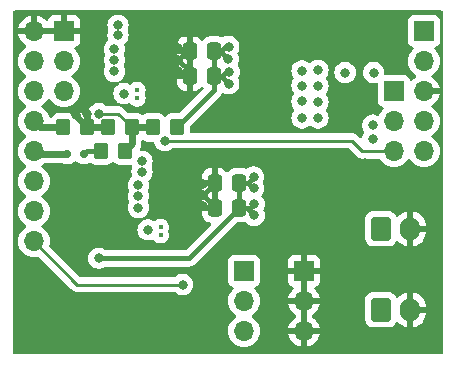
<source format=gbl>
G04 #@! TF.GenerationSoftware,KiCad,Pcbnew,7.0.10-7.0.10~ubuntu23.10.1*
G04 #@! TF.CreationDate,2024-03-29T23:33:30+01:00*
G04 #@! TF.ProjectId,ledBoard,6c656442-6f61-4726-942e-6b696361645f,rev?*
G04 #@! TF.SameCoordinates,Original*
G04 #@! TF.FileFunction,Copper,L4,Bot*
G04 #@! TF.FilePolarity,Positive*
%FSLAX46Y46*%
G04 Gerber Fmt 4.6, Leading zero omitted, Abs format (unit mm)*
G04 Created by KiCad (PCBNEW 7.0.10-7.0.10~ubuntu23.10.1) date 2024-03-29 23:33:30*
%MOMM*%
%LPD*%
G01*
G04 APERTURE LIST*
G04 Aperture macros list*
%AMRoundRect*
0 Rectangle with rounded corners*
0 $1 Rounding radius*
0 $2 $3 $4 $5 $6 $7 $8 $9 X,Y pos of 4 corners*
0 Add a 4 corners polygon primitive as box body*
4,1,4,$2,$3,$4,$5,$6,$7,$8,$9,$2,$3,0*
0 Add four circle primitives for the rounded corners*
1,1,$1+$1,$2,$3*
1,1,$1+$1,$4,$5*
1,1,$1+$1,$6,$7*
1,1,$1+$1,$8,$9*
0 Add four rect primitives between the rounded corners*
20,1,$1+$1,$2,$3,$4,$5,0*
20,1,$1+$1,$4,$5,$6,$7,0*
20,1,$1+$1,$6,$7,$8,$9,0*
20,1,$1+$1,$8,$9,$2,$3,0*%
G04 Aperture macros list end*
G04 #@! TA.AperFunction,SMDPad,CuDef*
%ADD10RoundRect,0.250000X0.337500X0.475000X-0.337500X0.475000X-0.337500X-0.475000X0.337500X-0.475000X0*%
G04 #@! TD*
G04 #@! TA.AperFunction,ComponentPad*
%ADD11O,1.700000X1.700000*%
G04 #@! TD*
G04 #@! TA.AperFunction,ComponentPad*
%ADD12R,1.700000X1.700000*%
G04 #@! TD*
G04 #@! TA.AperFunction,ComponentPad*
%ADD13RoundRect,0.250000X-0.600000X-0.750000X0.600000X-0.750000X0.600000X0.750000X-0.600000X0.750000X0*%
G04 #@! TD*
G04 #@! TA.AperFunction,ComponentPad*
%ADD14O,1.700000X2.000000*%
G04 #@! TD*
G04 #@! TA.AperFunction,SMDPad,CuDef*
%ADD15RoundRect,0.250000X0.350000X0.450000X-0.350000X0.450000X-0.350000X-0.450000X0.350000X-0.450000X0*%
G04 #@! TD*
G04 #@! TA.AperFunction,SMDPad,CuDef*
%ADD16RoundRect,0.150000X-0.150000X-0.200000X0.150000X-0.200000X0.150000X0.200000X-0.150000X0.200000X0*%
G04 #@! TD*
G04 #@! TA.AperFunction,SMDPad,CuDef*
%ADD17RoundRect,0.250000X-0.350000X-0.450000X0.350000X-0.450000X0.350000X0.450000X-0.350000X0.450000X0*%
G04 #@! TD*
G04 #@! TA.AperFunction,ViaPad*
%ADD18C,0.800000*%
G04 #@! TD*
G04 #@! TA.AperFunction,ViaPad*
%ADD19C,0.400000*%
G04 #@! TD*
G04 #@! TA.AperFunction,Conductor*
%ADD20C,0.600000*%
G04 #@! TD*
G04 #@! TA.AperFunction,Conductor*
%ADD21C,0.400000*%
G04 #@! TD*
G04 #@! TA.AperFunction,Conductor*
%ADD22C,0.250000*%
G04 #@! TD*
G04 APERTURE END LIST*
D10*
X215921500Y-73808200D03*
X213846500Y-73808200D03*
X215921500Y-71674600D03*
X213846500Y-71674600D03*
X218059000Y-82829400D03*
X215984000Y-82829400D03*
X218059000Y-84963000D03*
X215984000Y-84963000D03*
D11*
X200660000Y-87780000D03*
D12*
X203200000Y-70000000D03*
D11*
X200660000Y-70000000D03*
X203200000Y-72540000D03*
X200660000Y-72540000D03*
X203200000Y-75080000D03*
X200660000Y-75080000D03*
X200660000Y-77620000D03*
X200660000Y-80160000D03*
X200660000Y-82700000D03*
X200660000Y-85240000D03*
D13*
X230017000Y-93582000D03*
D14*
X232517000Y-93582000D03*
D13*
X230017000Y-86724000D03*
D14*
X232517000Y-86724000D03*
D15*
X208950000Y-78150000D03*
X206950000Y-78150000D03*
D16*
X204875000Y-80375000D03*
X203475000Y-80375000D03*
D17*
X203150000Y-78150000D03*
X205150000Y-78150000D03*
D12*
X233680000Y-70000000D03*
D11*
X233680000Y-72540000D03*
X233680000Y-75080000D03*
X233680000Y-77620000D03*
X233680000Y-80160000D03*
D12*
X218440000Y-90297000D03*
D11*
X218440000Y-92837000D03*
X218440000Y-95377000D03*
D15*
X208325000Y-80125000D03*
X206325000Y-80125000D03*
D12*
X223520000Y-90297000D03*
D11*
X223520000Y-92837000D03*
X223520000Y-95377000D03*
D15*
X212750000Y-78150000D03*
X210750000Y-78150000D03*
D12*
X231140000Y-75080000D03*
D11*
X231140000Y-77620000D03*
X231140000Y-80160000D03*
D18*
X204000000Y-87500000D03*
X234000000Y-84000000D03*
X232000000Y-84000000D03*
X232000000Y-96000000D03*
X234000000Y-96000000D03*
X232000000Y-91000000D03*
X234000000Y-91000000D03*
X234000000Y-89000000D03*
X232000000Y-89000000D03*
X231000000Y-69000000D03*
X219000000Y-81000000D03*
X219000000Y-78000000D03*
X206000000Y-85000000D03*
X206000000Y-83000000D03*
X202000000Y-95000000D03*
X202000000Y-93000000D03*
X202000000Y-91000000D03*
X200000000Y-95000000D03*
X200000000Y-93000000D03*
X200000000Y-91000000D03*
X227711000Y-69474500D03*
X220390000Y-69430000D03*
X222291601Y-69541193D03*
X211750000Y-79260000D03*
X204210000Y-77100000D03*
X205159715Y-77048237D03*
X203790000Y-82340000D03*
X202740000Y-82340000D03*
X206156940Y-76973757D03*
X204950000Y-94375000D03*
X206150000Y-95575000D03*
X210025000Y-95525000D03*
X210075944Y-93315835D03*
X206150000Y-89225000D03*
X213250000Y-91450000D03*
X228650000Y-81150000D03*
X229420000Y-73500000D03*
X227000000Y-73510000D03*
X229350000Y-79100000D03*
X229350000Y-77950000D03*
X226500000Y-75100000D03*
X226500000Y-76050000D03*
X226500000Y-77000000D03*
X221750000Y-80300000D03*
X221750000Y-81150000D03*
X224700000Y-77350000D03*
X223350000Y-77350000D03*
X224700000Y-73300000D03*
X224700000Y-74650000D03*
X224700000Y-76000000D03*
X223350000Y-75950000D03*
X223350000Y-74600000D03*
X223350000Y-73350000D03*
X219300000Y-85600000D03*
X219300000Y-84650000D03*
X219250000Y-83300000D03*
X219250000Y-82350000D03*
X217150000Y-71300000D03*
X217100000Y-72350000D03*
X217200000Y-73450000D03*
X217150000Y-74450000D03*
X209804000Y-81889600D03*
X209499200Y-83058000D03*
X210312000Y-86817200D03*
X209804000Y-81026000D03*
X209499200Y-84937600D03*
X209499200Y-83972400D03*
X207772000Y-69494400D03*
X207772000Y-70358000D03*
X207467200Y-71526400D03*
X207467200Y-72440800D03*
X207467200Y-73406000D03*
X208280000Y-75285600D03*
D19*
X212902800Y-87274400D03*
X211378800Y-86563200D03*
X211378800Y-87274400D03*
X212902800Y-86563200D03*
X209397600Y-75692000D03*
X209397600Y-74980800D03*
X210921600Y-75692000D03*
X210921600Y-74980800D03*
D18*
X212877400Y-73380600D03*
X212877400Y-71450200D03*
X212877400Y-72415400D03*
X212394800Y-69697600D03*
X212394800Y-70586600D03*
X214985600Y-82905600D03*
X214985600Y-83870800D03*
X214985600Y-84836000D03*
X214503000Y-81153000D03*
X214503000Y-82042000D03*
D20*
X205150000Y-78150000D02*
X206950000Y-78150000D01*
D21*
X206325000Y-80125000D02*
X205125000Y-80125000D01*
X205125000Y-80125000D02*
X204875000Y-80375000D01*
D22*
X211750000Y-79260000D02*
X227570000Y-79260000D01*
X227570000Y-79260000D02*
X228470000Y-80160000D01*
X228470000Y-80160000D02*
X231140000Y-80160000D01*
D20*
X204210000Y-77210000D02*
X205150000Y-78150000D01*
X204210000Y-77100000D02*
X204210000Y-77210000D01*
X205159715Y-77048237D02*
X205159715Y-78140285D01*
X205159715Y-78140285D02*
X205150000Y-78150000D01*
D22*
X206156940Y-76973757D02*
X207773757Y-76973757D01*
X207773757Y-76973757D02*
X208950000Y-78150000D01*
D21*
X215921500Y-73808200D02*
X215921500Y-71674600D01*
X218059000Y-84963000D02*
X218059000Y-82829400D01*
X215921500Y-73808200D02*
X215921500Y-74978500D01*
X215921500Y-74978500D02*
X212750000Y-78150000D01*
D20*
X203475000Y-80375000D02*
X200875000Y-80375000D01*
X200875000Y-80375000D02*
X200660000Y-80160000D01*
X203150000Y-78150000D02*
X201190000Y-78150000D01*
X201190000Y-78150000D02*
X200660000Y-77620000D01*
X208950000Y-78150000D02*
X208950000Y-79500000D01*
X208950000Y-79500000D02*
X208325000Y-80125000D01*
X210750000Y-78150000D02*
X208950000Y-78150000D01*
D21*
X206150000Y-89225000D02*
X213797000Y-89225000D01*
X213797000Y-89225000D02*
X218059000Y-84963000D01*
D22*
X213250000Y-91450000D02*
X204330000Y-91450000D01*
X204330000Y-91450000D02*
X200660000Y-87780000D01*
D21*
X218663000Y-84963000D02*
X219300000Y-85600000D01*
X218059000Y-84963000D02*
X218663000Y-84963000D01*
X218059000Y-84963000D02*
X218987000Y-84963000D01*
X218987000Y-84963000D02*
X219300000Y-84650000D01*
X218779400Y-82829400D02*
X219250000Y-83300000D01*
X218059000Y-82829400D02*
X218779400Y-82829400D01*
X218770600Y-82829400D02*
X219250000Y-82350000D01*
X218059000Y-82829400D02*
X218770600Y-82829400D01*
X215984000Y-84963000D02*
X215112600Y-84963000D01*
X215112600Y-84963000D02*
X214985600Y-84836000D01*
X215984000Y-82829400D02*
X215984000Y-84963000D01*
X215984000Y-82829400D02*
X215984000Y-82872400D01*
X215984000Y-82872400D02*
X214985600Y-83870800D01*
X215984000Y-84963000D02*
X215984000Y-84869200D01*
X215984000Y-84869200D02*
X214985600Y-83870800D01*
X215984000Y-82829400D02*
X215061800Y-82829400D01*
X215061800Y-82829400D02*
X214985600Y-82905600D01*
X217150000Y-71300000D02*
X216850000Y-71300000D01*
X216850000Y-71300000D02*
X216475400Y-71674600D01*
X216475400Y-71674600D02*
X215921500Y-71674600D01*
X215921500Y-73808200D02*
X216541800Y-73808200D01*
X216541800Y-73808200D02*
X216900000Y-73450000D01*
X216900000Y-73450000D02*
X217200000Y-73450000D01*
X217150000Y-74450000D02*
X216508200Y-73808200D01*
X216508200Y-73808200D02*
X215921500Y-73808200D01*
X216424600Y-71674600D02*
X217100000Y-72350000D01*
X215921500Y-71674600D02*
X216424600Y-71674600D01*
X213846500Y-73808200D02*
X213846500Y-71674600D01*
X213846500Y-73808200D02*
X213846500Y-73384500D01*
X213846500Y-73384500D02*
X212877400Y-72415400D01*
X213846500Y-73808200D02*
X213305000Y-73808200D01*
X213305000Y-73808200D02*
X212877400Y-73380600D01*
X213846500Y-71674600D02*
X213618200Y-71674600D01*
X213618200Y-71674600D02*
X212877400Y-72415400D01*
X213846500Y-71674600D02*
X213101800Y-71674600D01*
X213101800Y-71674600D02*
X212877400Y-71450200D01*
G04 #@! TA.AperFunction,Conductor*
G36*
X223770000Y-94941498D02*
G01*
X223662315Y-94892320D01*
X223555763Y-94877000D01*
X223484237Y-94877000D01*
X223377685Y-94892320D01*
X223270000Y-94941498D01*
X223270000Y-93272501D01*
X223377685Y-93321680D01*
X223484237Y-93337000D01*
X223555763Y-93337000D01*
X223662315Y-93321680D01*
X223770000Y-93272501D01*
X223770000Y-94941498D01*
G37*
G04 #@! TD.AperFunction*
G04 #@! TA.AperFunction,Conductor*
G36*
X223770000Y-92401498D02*
G01*
X223662315Y-92352320D01*
X223555763Y-92337000D01*
X223484237Y-92337000D01*
X223377685Y-92352320D01*
X223270000Y-92401498D01*
X223270000Y-90732501D01*
X223377685Y-90781680D01*
X223484237Y-90797000D01*
X223555763Y-90797000D01*
X223662315Y-90781680D01*
X223770000Y-90732501D01*
X223770000Y-92401498D01*
G37*
G04 #@! TD.AperFunction*
G04 #@! TA.AperFunction,Conductor*
G36*
X202740507Y-69790156D02*
G01*
X202700000Y-69928111D01*
X202700000Y-70071889D01*
X202740507Y-70209844D01*
X202766314Y-70250000D01*
X201093686Y-70250000D01*
X201119493Y-70209844D01*
X201160000Y-70071889D01*
X201160000Y-69928111D01*
X201119493Y-69790156D01*
X201093686Y-69750000D01*
X202766314Y-69750000D01*
X202740507Y-69790156D01*
G37*
G04 #@! TD.AperFunction*
G04 #@! TA.AperFunction,Conductor*
G36*
X235227539Y-68265185D02*
G01*
X235273294Y-68317989D01*
X235284500Y-68369500D01*
X235284500Y-97200500D01*
X235264815Y-97267539D01*
X235212011Y-97313294D01*
X235160500Y-97324500D01*
X199027500Y-97324500D01*
X198960461Y-97304815D01*
X198914706Y-97252011D01*
X198903500Y-97200500D01*
X198903500Y-95377000D01*
X217084341Y-95377000D01*
X217104936Y-95612403D01*
X217104938Y-95612413D01*
X217166094Y-95840655D01*
X217166096Y-95840659D01*
X217166097Y-95840663D01*
X217265847Y-96054578D01*
X217265965Y-96054830D01*
X217265967Y-96054834D01*
X217374281Y-96209521D01*
X217401505Y-96248401D01*
X217568599Y-96415495D01*
X217665384Y-96483265D01*
X217762165Y-96551032D01*
X217762167Y-96551033D01*
X217762170Y-96551035D01*
X217976337Y-96650903D01*
X218204592Y-96712063D01*
X218392918Y-96728539D01*
X218439999Y-96732659D01*
X218440000Y-96732659D01*
X218440001Y-96732659D01*
X218479234Y-96729226D01*
X218675408Y-96712063D01*
X218903663Y-96650903D01*
X219117830Y-96551035D01*
X219311401Y-96415495D01*
X219478495Y-96248401D01*
X219614035Y-96054830D01*
X219713903Y-95840663D01*
X219775063Y-95612408D01*
X219795659Y-95377000D01*
X219775063Y-95141592D01*
X219713903Y-94913337D01*
X219614035Y-94699171D01*
X219580540Y-94651334D01*
X219478494Y-94505597D01*
X219311402Y-94338506D01*
X219311396Y-94338501D01*
X219125842Y-94208575D01*
X219082217Y-94153998D01*
X219075023Y-94084500D01*
X219106546Y-94022145D01*
X219125842Y-94005425D01*
X219180253Y-93967326D01*
X219311401Y-93875495D01*
X219478495Y-93708401D01*
X219614035Y-93514830D01*
X219713903Y-93300663D01*
X219775063Y-93072408D01*
X219795659Y-92837000D01*
X219775063Y-92601592D01*
X219713903Y-92373337D01*
X219614035Y-92159171D01*
X219613614Y-92158570D01*
X219478496Y-91965600D01*
X219433015Y-91920119D01*
X219356567Y-91843671D01*
X219323084Y-91782351D01*
X219328068Y-91712659D01*
X219369939Y-91656725D01*
X219400915Y-91639810D01*
X219532331Y-91590796D01*
X219647546Y-91504546D01*
X219733796Y-91389331D01*
X219784091Y-91254483D01*
X219790500Y-91194873D01*
X219790500Y-91194844D01*
X222170000Y-91194844D01*
X222176401Y-91254372D01*
X222176403Y-91254379D01*
X222226645Y-91389086D01*
X222226649Y-91389093D01*
X222312809Y-91504187D01*
X222312812Y-91504190D01*
X222427906Y-91590350D01*
X222427913Y-91590354D01*
X222559986Y-91639614D01*
X222615920Y-91681485D01*
X222640337Y-91746949D01*
X222625486Y-91815222D01*
X222604335Y-91843477D01*
X222481886Y-91965926D01*
X222346400Y-92159420D01*
X222346399Y-92159422D01*
X222246570Y-92373507D01*
X222246567Y-92373513D01*
X222189364Y-92586999D01*
X222189364Y-92587000D01*
X223086314Y-92587000D01*
X223060507Y-92627156D01*
X223020000Y-92765111D01*
X223020000Y-92908889D01*
X223060507Y-93046844D01*
X223086314Y-93087000D01*
X222189364Y-93087000D01*
X222246567Y-93300486D01*
X222246570Y-93300492D01*
X222346399Y-93514578D01*
X222481894Y-93708082D01*
X222648917Y-93875105D01*
X222835031Y-94005425D01*
X222878656Y-94060003D01*
X222885848Y-94129501D01*
X222854326Y-94191856D01*
X222835031Y-94208575D01*
X222648922Y-94338890D01*
X222648920Y-94338891D01*
X222481891Y-94505920D01*
X222481886Y-94505926D01*
X222346400Y-94699420D01*
X222346399Y-94699422D01*
X222246570Y-94913507D01*
X222246567Y-94913513D01*
X222189364Y-95126999D01*
X222189364Y-95127000D01*
X223086314Y-95127000D01*
X223060507Y-95167156D01*
X223020000Y-95305111D01*
X223020000Y-95448889D01*
X223060507Y-95586844D01*
X223086314Y-95627000D01*
X222189364Y-95627000D01*
X222246567Y-95840486D01*
X222246570Y-95840492D01*
X222346399Y-96054578D01*
X222481894Y-96248082D01*
X222648917Y-96415105D01*
X222842421Y-96550600D01*
X223056507Y-96650429D01*
X223056516Y-96650433D01*
X223270000Y-96707634D01*
X223270000Y-95812501D01*
X223377685Y-95861680D01*
X223484237Y-95877000D01*
X223555763Y-95877000D01*
X223662315Y-95861680D01*
X223770000Y-95812501D01*
X223770000Y-96707633D01*
X223983483Y-96650433D01*
X223983492Y-96650429D01*
X224197578Y-96550600D01*
X224391082Y-96415105D01*
X224558105Y-96248082D01*
X224693600Y-96054578D01*
X224793429Y-95840492D01*
X224793432Y-95840486D01*
X224850636Y-95627000D01*
X223953686Y-95627000D01*
X223979493Y-95586844D01*
X224020000Y-95448889D01*
X224020000Y-95305111D01*
X223979493Y-95167156D01*
X223953686Y-95127000D01*
X224850636Y-95127000D01*
X224850635Y-95126999D01*
X224793432Y-94913513D01*
X224793429Y-94913507D01*
X224693600Y-94699422D01*
X224693599Y-94699420D01*
X224558113Y-94505926D01*
X224558108Y-94505920D01*
X224434189Y-94382001D01*
X228666500Y-94382001D01*
X228666501Y-94382018D01*
X228677000Y-94484796D01*
X228677001Y-94484799D01*
X228732185Y-94651331D01*
X228732187Y-94651336D01*
X228761847Y-94699422D01*
X228824288Y-94800656D01*
X228948344Y-94924712D01*
X229097666Y-95016814D01*
X229264203Y-95071999D01*
X229366991Y-95082500D01*
X230667008Y-95082499D01*
X230769797Y-95071999D01*
X230936334Y-95016814D01*
X231085656Y-94924712D01*
X231209712Y-94800656D01*
X231301814Y-94651334D01*
X231301814Y-94651333D01*
X231305448Y-94645442D01*
X231357396Y-94598717D01*
X231426358Y-94587494D01*
X231490441Y-94615337D01*
X231498668Y-94622856D01*
X231645921Y-94770108D01*
X231839421Y-94905600D01*
X232053507Y-95005429D01*
X232053516Y-95005433D01*
X232267000Y-95062634D01*
X232267000Y-94017501D01*
X232374685Y-94066680D01*
X232481237Y-94082000D01*
X232552763Y-94082000D01*
X232659315Y-94066680D01*
X232767000Y-94017501D01*
X232767000Y-95062633D01*
X232980483Y-95005433D01*
X232980492Y-95005429D01*
X233194577Y-94905600D01*
X233194579Y-94905599D01*
X233388073Y-94770113D01*
X233388079Y-94770108D01*
X233555108Y-94603079D01*
X233555113Y-94603073D01*
X233690599Y-94409579D01*
X233690600Y-94409577D01*
X233790429Y-94195492D01*
X233790433Y-94195483D01*
X233851567Y-93967326D01*
X233851569Y-93967315D01*
X233863407Y-93832000D01*
X232950686Y-93832000D01*
X232976493Y-93791844D01*
X233017000Y-93653889D01*
X233017000Y-93510111D01*
X232976493Y-93372156D01*
X232950686Y-93332000D01*
X233863407Y-93332000D01*
X233863407Y-93331999D01*
X233851569Y-93196684D01*
X233851567Y-93196673D01*
X233790433Y-92968516D01*
X233790429Y-92968507D01*
X233690600Y-92754422D01*
X233690599Y-92754420D01*
X233555113Y-92560926D01*
X233555108Y-92560920D01*
X233388082Y-92393894D01*
X233194578Y-92258399D01*
X232980492Y-92158570D01*
X232980486Y-92158567D01*
X232767000Y-92101364D01*
X232767000Y-93146498D01*
X232659315Y-93097320D01*
X232552763Y-93082000D01*
X232481237Y-93082000D01*
X232374685Y-93097320D01*
X232267000Y-93146498D01*
X232267000Y-92101364D01*
X232266999Y-92101364D01*
X232053513Y-92158567D01*
X232053507Y-92158570D01*
X231839422Y-92258399D01*
X231839420Y-92258400D01*
X231645926Y-92393886D01*
X231498668Y-92541144D01*
X231437345Y-92574628D01*
X231367653Y-92569644D01*
X231311720Y-92527772D01*
X231305448Y-92518558D01*
X231209712Y-92363344D01*
X231085657Y-92239289D01*
X231085656Y-92239288D01*
X230936334Y-92147186D01*
X230769797Y-92092001D01*
X230769795Y-92092000D01*
X230667010Y-92081500D01*
X229366998Y-92081500D01*
X229366981Y-92081501D01*
X229264203Y-92092000D01*
X229264200Y-92092001D01*
X229097668Y-92147185D01*
X229097663Y-92147187D01*
X228948342Y-92239289D01*
X228824289Y-92363342D01*
X228732187Y-92512663D01*
X228732185Y-92512668D01*
X228727180Y-92527772D01*
X228677001Y-92679203D01*
X228677001Y-92679204D01*
X228677000Y-92679204D01*
X228666500Y-92781983D01*
X228666500Y-94382001D01*
X224434189Y-94382001D01*
X224391082Y-94338894D01*
X224204968Y-94208575D01*
X224161344Y-94153998D01*
X224154151Y-94084499D01*
X224185673Y-94022145D01*
X224204968Y-94005425D01*
X224391082Y-93875105D01*
X224558105Y-93708082D01*
X224693600Y-93514578D01*
X224793429Y-93300492D01*
X224793432Y-93300486D01*
X224850636Y-93087000D01*
X223953686Y-93087000D01*
X223979493Y-93046844D01*
X224020000Y-92908889D01*
X224020000Y-92765111D01*
X223979493Y-92627156D01*
X223953686Y-92587000D01*
X224850636Y-92587000D01*
X224850635Y-92586999D01*
X224793432Y-92373513D01*
X224793429Y-92373507D01*
X224693600Y-92159422D01*
X224693599Y-92159420D01*
X224558113Y-91965926D01*
X224558108Y-91965920D01*
X224435665Y-91843477D01*
X224402180Y-91782154D01*
X224407164Y-91712462D01*
X224449036Y-91656529D01*
X224480013Y-91639614D01*
X224612086Y-91590354D01*
X224612093Y-91590350D01*
X224727187Y-91504190D01*
X224727190Y-91504187D01*
X224813350Y-91389093D01*
X224813354Y-91389086D01*
X224863596Y-91254379D01*
X224863598Y-91254372D01*
X224869999Y-91194844D01*
X224870000Y-91194827D01*
X224870000Y-90547000D01*
X223953686Y-90547000D01*
X223979493Y-90506844D01*
X224020000Y-90368889D01*
X224020000Y-90225111D01*
X223979493Y-90087156D01*
X223953686Y-90047000D01*
X224870000Y-90047000D01*
X224870000Y-89399172D01*
X224869999Y-89399155D01*
X224863598Y-89339627D01*
X224863596Y-89339620D01*
X224813354Y-89204913D01*
X224813350Y-89204906D01*
X224727190Y-89089812D01*
X224727187Y-89089809D01*
X224612093Y-89003649D01*
X224612086Y-89003645D01*
X224477379Y-88953403D01*
X224477372Y-88953401D01*
X224417844Y-88947000D01*
X223770000Y-88947000D01*
X223770000Y-89861498D01*
X223662315Y-89812320D01*
X223555763Y-89797000D01*
X223484237Y-89797000D01*
X223377685Y-89812320D01*
X223270000Y-89861498D01*
X223270000Y-88947000D01*
X222622155Y-88947000D01*
X222562627Y-88953401D01*
X222562620Y-88953403D01*
X222427913Y-89003645D01*
X222427906Y-89003649D01*
X222312812Y-89089809D01*
X222312809Y-89089812D01*
X222226649Y-89204906D01*
X222226645Y-89204913D01*
X222176403Y-89339620D01*
X222176401Y-89339627D01*
X222170000Y-89399155D01*
X222170000Y-90047000D01*
X223086314Y-90047000D01*
X223060507Y-90087156D01*
X223020000Y-90225111D01*
X223020000Y-90368889D01*
X223060507Y-90506844D01*
X223086314Y-90547000D01*
X222170000Y-90547000D01*
X222170000Y-91194844D01*
X219790500Y-91194844D01*
X219790499Y-89399128D01*
X219784091Y-89339517D01*
X219733884Y-89204906D01*
X219733797Y-89204671D01*
X219733793Y-89204664D01*
X219647547Y-89089455D01*
X219647544Y-89089452D01*
X219532335Y-89003206D01*
X219532328Y-89003202D01*
X219397482Y-88952908D01*
X219397483Y-88952908D01*
X219337883Y-88946501D01*
X219337881Y-88946500D01*
X219337873Y-88946500D01*
X219337864Y-88946500D01*
X217542129Y-88946500D01*
X217542123Y-88946501D01*
X217482516Y-88952908D01*
X217347671Y-89003202D01*
X217347664Y-89003206D01*
X217232455Y-89089452D01*
X217232452Y-89089455D01*
X217146206Y-89204664D01*
X217146202Y-89204671D01*
X217095908Y-89339517D01*
X217089501Y-89399116D01*
X217089501Y-89399123D01*
X217089500Y-89399135D01*
X217089500Y-91194870D01*
X217089501Y-91194876D01*
X217095908Y-91254483D01*
X217146202Y-91389328D01*
X217146206Y-91389335D01*
X217232452Y-91504544D01*
X217232455Y-91504547D01*
X217347664Y-91590793D01*
X217347671Y-91590797D01*
X217479081Y-91639810D01*
X217535015Y-91681681D01*
X217559432Y-91747145D01*
X217544580Y-91815418D01*
X217523430Y-91843673D01*
X217401503Y-91965600D01*
X217265965Y-92159169D01*
X217265964Y-92159171D01*
X217166098Y-92373335D01*
X217166094Y-92373344D01*
X217104938Y-92601586D01*
X217104936Y-92601596D01*
X217084341Y-92836999D01*
X217084341Y-92837000D01*
X217104936Y-93072403D01*
X217104938Y-93072413D01*
X217166094Y-93300655D01*
X217166096Y-93300659D01*
X217166097Y-93300663D01*
X217199435Y-93372156D01*
X217265965Y-93514830D01*
X217265967Y-93514834D01*
X217401501Y-93708395D01*
X217401506Y-93708402D01*
X217568597Y-93875493D01*
X217568603Y-93875498D01*
X217754158Y-94005425D01*
X217797783Y-94060002D01*
X217804977Y-94129500D01*
X217773454Y-94191855D01*
X217754158Y-94208575D01*
X217568597Y-94338505D01*
X217401505Y-94505597D01*
X217265965Y-94699169D01*
X217265964Y-94699171D01*
X217166098Y-94913335D01*
X217166094Y-94913344D01*
X217104938Y-95141586D01*
X217104936Y-95141596D01*
X217084341Y-95376999D01*
X217084341Y-95377000D01*
X198903500Y-95377000D01*
X198903500Y-87780000D01*
X199304341Y-87780000D01*
X199324936Y-88015403D01*
X199324938Y-88015413D01*
X199386094Y-88243655D01*
X199386096Y-88243659D01*
X199386097Y-88243663D01*
X199423792Y-88324500D01*
X199485965Y-88457830D01*
X199485967Y-88457834D01*
X199551981Y-88552111D01*
X199621505Y-88651401D01*
X199788599Y-88818495D01*
X199843193Y-88856722D01*
X199982165Y-88954032D01*
X199982167Y-88954033D01*
X199982170Y-88954035D01*
X200196337Y-89053903D01*
X200424592Y-89115063D01*
X200612918Y-89131539D01*
X200659999Y-89135659D01*
X200660000Y-89135659D01*
X200660001Y-89135659D01*
X200699234Y-89132226D01*
X200895408Y-89115063D01*
X200995873Y-89088143D01*
X201065722Y-89089806D01*
X201115647Y-89120237D01*
X203829194Y-91833784D01*
X203839019Y-91846048D01*
X203839240Y-91845866D01*
X203844210Y-91851874D01*
X203893239Y-91897915D01*
X203896036Y-91900626D01*
X203915530Y-91920120D01*
X203918695Y-91922575D01*
X203927571Y-91930156D01*
X203959418Y-91960062D01*
X203976973Y-91969713D01*
X203993231Y-91980392D01*
X204009064Y-91992674D01*
X204044410Y-92007968D01*
X204049155Y-92010022D01*
X204059635Y-92015155D01*
X204097908Y-92036197D01*
X204117312Y-92041179D01*
X204135710Y-92047478D01*
X204154105Y-92055438D01*
X204197254Y-92062271D01*
X204208680Y-92064638D01*
X204250981Y-92075500D01*
X204271016Y-92075500D01*
X204290413Y-92077026D01*
X204310196Y-92080160D01*
X204353675Y-92076050D01*
X204365344Y-92075500D01*
X212546252Y-92075500D01*
X212613291Y-92095185D01*
X212638400Y-92116526D01*
X212644126Y-92122885D01*
X212644130Y-92122889D01*
X212797265Y-92234148D01*
X212797270Y-92234151D01*
X212970192Y-92311142D01*
X212970197Y-92311144D01*
X213155354Y-92350500D01*
X213155355Y-92350500D01*
X213344644Y-92350500D01*
X213344646Y-92350500D01*
X213529803Y-92311144D01*
X213702730Y-92234151D01*
X213855871Y-92122888D01*
X213982533Y-91982216D01*
X214077179Y-91818284D01*
X214135674Y-91638256D01*
X214155460Y-91450000D01*
X214135674Y-91261744D01*
X214077179Y-91081716D01*
X213982533Y-90917784D01*
X213855871Y-90777112D01*
X213855870Y-90777111D01*
X213702734Y-90665851D01*
X213702729Y-90665848D01*
X213529807Y-90588857D01*
X213529802Y-90588855D01*
X213384001Y-90557865D01*
X213344646Y-90549500D01*
X213155354Y-90549500D01*
X213122897Y-90556398D01*
X212970197Y-90588855D01*
X212970192Y-90588857D01*
X212797270Y-90665848D01*
X212797265Y-90665851D01*
X212644130Y-90777110D01*
X212644126Y-90777114D01*
X212638400Y-90783474D01*
X212578913Y-90820121D01*
X212546252Y-90824500D01*
X204640452Y-90824500D01*
X204573413Y-90804815D01*
X204552771Y-90788181D01*
X202989591Y-89225000D01*
X205244540Y-89225000D01*
X205264326Y-89413256D01*
X205264327Y-89413259D01*
X205322818Y-89593277D01*
X205322821Y-89593284D01*
X205417467Y-89757216D01*
X205544129Y-89897888D01*
X205697265Y-90009148D01*
X205697270Y-90009151D01*
X205870192Y-90086142D01*
X205870197Y-90086144D01*
X206055354Y-90125500D01*
X206055355Y-90125500D01*
X206244644Y-90125500D01*
X206244646Y-90125500D01*
X206429803Y-90086144D01*
X206602730Y-90009151D01*
X206618320Y-89997823D01*
X206685271Y-89949182D01*
X206751077Y-89925702D01*
X206758156Y-89925500D01*
X213772079Y-89925500D01*
X213779566Y-89925725D01*
X213839606Y-89929358D01*
X213898782Y-89918513D01*
X213906185Y-89917387D01*
X213909921Y-89916933D01*
X213965872Y-89910140D01*
X213975335Y-89906550D01*
X213996961Y-89900522D01*
X213997893Y-89900351D01*
X214006932Y-89898695D01*
X214061808Y-89873996D01*
X214068678Y-89871150D01*
X214124930Y-89849818D01*
X214133266Y-89844062D01*
X214152821Y-89833034D01*
X214162057Y-89828878D01*
X214209413Y-89791775D01*
X214215404Y-89787366D01*
X214264929Y-89753183D01*
X214304822Y-89708151D01*
X214309924Y-89702731D01*
X216488655Y-87524001D01*
X228666500Y-87524001D01*
X228666501Y-87524018D01*
X228677000Y-87626796D01*
X228677001Y-87626799D01*
X228730234Y-87787442D01*
X228732186Y-87793334D01*
X228824288Y-87942656D01*
X228948344Y-88066712D01*
X229097666Y-88158814D01*
X229264203Y-88213999D01*
X229366991Y-88224500D01*
X230667008Y-88224499D01*
X230769797Y-88213999D01*
X230936334Y-88158814D01*
X231085656Y-88066712D01*
X231209712Y-87942656D01*
X231301814Y-87793334D01*
X231301814Y-87793333D01*
X231305448Y-87787442D01*
X231357396Y-87740717D01*
X231426358Y-87729494D01*
X231490441Y-87757337D01*
X231498668Y-87764856D01*
X231645921Y-87912108D01*
X231839421Y-88047600D01*
X232053507Y-88147429D01*
X232053516Y-88147433D01*
X232267000Y-88204634D01*
X232267000Y-87159501D01*
X232374685Y-87208680D01*
X232481237Y-87224000D01*
X232552763Y-87224000D01*
X232659315Y-87208680D01*
X232767000Y-87159501D01*
X232767000Y-88204633D01*
X232980483Y-88147433D01*
X232980492Y-88147429D01*
X233194577Y-88047600D01*
X233194579Y-88047599D01*
X233388073Y-87912113D01*
X233388079Y-87912108D01*
X233555108Y-87745079D01*
X233555113Y-87745073D01*
X233690599Y-87551579D01*
X233690600Y-87551577D01*
X233790429Y-87337492D01*
X233790433Y-87337483D01*
X233851567Y-87109326D01*
X233851569Y-87109315D01*
X233863407Y-86974000D01*
X232950686Y-86974000D01*
X232976493Y-86933844D01*
X233017000Y-86795889D01*
X233017000Y-86652111D01*
X232976493Y-86514156D01*
X232950686Y-86474000D01*
X233863407Y-86474000D01*
X233863407Y-86473999D01*
X233851569Y-86338684D01*
X233851567Y-86338673D01*
X233790433Y-86110516D01*
X233790429Y-86110507D01*
X233690600Y-85896422D01*
X233690599Y-85896420D01*
X233555113Y-85702926D01*
X233555108Y-85702920D01*
X233388082Y-85535894D01*
X233194578Y-85400399D01*
X232980492Y-85300570D01*
X232980486Y-85300567D01*
X232767000Y-85243364D01*
X232767000Y-86288498D01*
X232659315Y-86239320D01*
X232552763Y-86224000D01*
X232481237Y-86224000D01*
X232374685Y-86239320D01*
X232267000Y-86288498D01*
X232267000Y-85243364D01*
X232266999Y-85243364D01*
X232053513Y-85300567D01*
X232053507Y-85300570D01*
X231839422Y-85400399D01*
X231839420Y-85400400D01*
X231645926Y-85535886D01*
X231498668Y-85683144D01*
X231437345Y-85716628D01*
X231367653Y-85711644D01*
X231311720Y-85669772D01*
X231305448Y-85660558D01*
X231209712Y-85505344D01*
X231085657Y-85381289D01*
X231085656Y-85381288D01*
X230936334Y-85289186D01*
X230769797Y-85234001D01*
X230769795Y-85234000D01*
X230667010Y-85223500D01*
X229366998Y-85223500D01*
X229366981Y-85223501D01*
X229264203Y-85234000D01*
X229264200Y-85234001D01*
X229097668Y-85289185D01*
X229097663Y-85289187D01*
X228948342Y-85381289D01*
X228824289Y-85505342D01*
X228732187Y-85654663D01*
X228732185Y-85654668D01*
X228713305Y-85711644D01*
X228677001Y-85821203D01*
X228677001Y-85821204D01*
X228677000Y-85821204D01*
X228666500Y-85923983D01*
X228666500Y-87524001D01*
X216488655Y-87524001D01*
X217787838Y-86224818D01*
X217849161Y-86191333D01*
X217875519Y-86188499D01*
X218446502Y-86188499D01*
X218446508Y-86188499D01*
X218541060Y-86178840D01*
X218609752Y-86191610D01*
X218645809Y-86219223D01*
X218694129Y-86272888D01*
X218701851Y-86278498D01*
X218847265Y-86384148D01*
X218847270Y-86384151D01*
X219020192Y-86461142D01*
X219020197Y-86461144D01*
X219205354Y-86500500D01*
X219205355Y-86500500D01*
X219394644Y-86500500D01*
X219394646Y-86500500D01*
X219579803Y-86461144D01*
X219752730Y-86384151D01*
X219905871Y-86272888D01*
X220032533Y-86132216D01*
X220127179Y-85968284D01*
X220185674Y-85788256D01*
X220205460Y-85600000D01*
X220185674Y-85411744D01*
X220127179Y-85231716D01*
X220101361Y-85186999D01*
X220084888Y-85119101D01*
X220101361Y-85063001D01*
X220127179Y-85018284D01*
X220185674Y-84838256D01*
X220205460Y-84650000D01*
X220185674Y-84461744D01*
X220127179Y-84281716D01*
X220032533Y-84117784D01*
X219953676Y-84030205D01*
X219923447Y-83967215D01*
X219932072Y-83897880D01*
X219953676Y-83864264D01*
X219982533Y-83832216D01*
X220077179Y-83668284D01*
X220135674Y-83488256D01*
X220155460Y-83300000D01*
X220135674Y-83111744D01*
X220077179Y-82931716D01*
X220051361Y-82886999D01*
X220034888Y-82819101D01*
X220051361Y-82763001D01*
X220077179Y-82718284D01*
X220135674Y-82538256D01*
X220155460Y-82350000D01*
X220135674Y-82161744D01*
X220077179Y-81981716D01*
X219982533Y-81817784D01*
X219855871Y-81677112D01*
X219855870Y-81677111D01*
X219702734Y-81565851D01*
X219702729Y-81565848D01*
X219529807Y-81488857D01*
X219529802Y-81488855D01*
X219383695Y-81457800D01*
X219344646Y-81449500D01*
X219155354Y-81449500D01*
X219122897Y-81456398D01*
X218970197Y-81488855D01*
X218970192Y-81488857D01*
X218797270Y-81565848D01*
X218797266Y-81565851D01*
X218725184Y-81618221D01*
X218659378Y-81641700D01*
X218613297Y-81635608D01*
X218549301Y-81614402D01*
X218549298Y-81614401D01*
X218549297Y-81614401D01*
X218549293Y-81614400D01*
X218549290Y-81614400D01*
X218446510Y-81603900D01*
X217671498Y-81603900D01*
X217671480Y-81603901D01*
X217568703Y-81614400D01*
X217568700Y-81614401D01*
X217402168Y-81669585D01*
X217402163Y-81669587D01*
X217252842Y-81761689D01*
X217128788Y-81885743D01*
X217128783Y-81885749D01*
X217126741Y-81889061D01*
X217124747Y-81890853D01*
X217124307Y-81891411D01*
X217124211Y-81891335D01*
X217074791Y-81935783D01*
X217005828Y-81947002D01*
X216941747Y-81919155D01*
X216915668Y-81889056D01*
X216913819Y-81886059D01*
X216913816Y-81886055D01*
X216789845Y-81762084D01*
X216640624Y-81670043D01*
X216640619Y-81670041D01*
X216474197Y-81614894D01*
X216474190Y-81614893D01*
X216371486Y-81604400D01*
X216234000Y-81604400D01*
X216234000Y-85089000D01*
X216214315Y-85156039D01*
X216161511Y-85201794D01*
X216110000Y-85213000D01*
X214896501Y-85213000D01*
X214896501Y-85487986D01*
X214906994Y-85590697D01*
X214962141Y-85757119D01*
X214962143Y-85757124D01*
X215054184Y-85906345D01*
X215178154Y-86030315D01*
X215327375Y-86122356D01*
X215327380Y-86122358D01*
X215493802Y-86177505D01*
X215493810Y-86177506D01*
X215560865Y-86184357D01*
X215625557Y-86210753D01*
X215665708Y-86267934D01*
X215668572Y-86337744D01*
X215635944Y-86395396D01*
X213543162Y-88488181D01*
X213481839Y-88521666D01*
X213455481Y-88524500D01*
X206758156Y-88524500D01*
X206691117Y-88504815D01*
X206685271Y-88500818D01*
X206602734Y-88440851D01*
X206602729Y-88440848D01*
X206429807Y-88363857D01*
X206429802Y-88363855D01*
X206284001Y-88332865D01*
X206244646Y-88324500D01*
X206055354Y-88324500D01*
X206022897Y-88331398D01*
X205870197Y-88363855D01*
X205870192Y-88363857D01*
X205697270Y-88440848D01*
X205697265Y-88440851D01*
X205544129Y-88552111D01*
X205417466Y-88692785D01*
X205322821Y-88856715D01*
X205322818Y-88856722D01*
X205275079Y-89003649D01*
X205264326Y-89036744D01*
X205244540Y-89225000D01*
X202989591Y-89225000D01*
X202000237Y-88235646D01*
X201966752Y-88174323D01*
X201968142Y-88115876D01*
X201995063Y-88015408D01*
X202015659Y-87780000D01*
X201995063Y-87544592D01*
X201933903Y-87316337D01*
X201834035Y-87102171D01*
X201800865Y-87054798D01*
X201698494Y-86908597D01*
X201607096Y-86817200D01*
X209406540Y-86817200D01*
X209426326Y-87005456D01*
X209426327Y-87005459D01*
X209484818Y-87185477D01*
X209484821Y-87185484D01*
X209579467Y-87349416D01*
X209706129Y-87490088D01*
X209859265Y-87601348D01*
X209859270Y-87601351D01*
X210032192Y-87678342D01*
X210032197Y-87678344D01*
X210217354Y-87717700D01*
X210217355Y-87717700D01*
X210406644Y-87717700D01*
X210406646Y-87717700D01*
X210591803Y-87678344D01*
X210661970Y-87647102D01*
X210731219Y-87637817D01*
X210794496Y-87667445D01*
X210814455Y-87689941D01*
X210850615Y-87742327D01*
X210850616Y-87742328D01*
X210850617Y-87742329D01*
X210853721Y-87745079D01*
X210977950Y-87855136D01*
X211086511Y-87912113D01*
X211128575Y-87934190D01*
X211293744Y-87974900D01*
X211463856Y-87974900D01*
X211629025Y-87934190D01*
X211708492Y-87892481D01*
X211779649Y-87855136D01*
X211779650Y-87855134D01*
X211779652Y-87855134D01*
X211906983Y-87742329D01*
X212003618Y-87602330D01*
X212063940Y-87443272D01*
X212084445Y-87274400D01*
X212063940Y-87105528D01*
X212009798Y-86962767D01*
X212004432Y-86893108D01*
X212009795Y-86874841D01*
X212063940Y-86732072D01*
X212084445Y-86563200D01*
X212063940Y-86394328D01*
X212060080Y-86384151D01*
X212042031Y-86336558D01*
X212003618Y-86235270D01*
X211996403Y-86224818D01*
X211953623Y-86162840D01*
X211906983Y-86095271D01*
X211779652Y-85982466D01*
X211779649Y-85982463D01*
X211629026Y-85903410D01*
X211463856Y-85862700D01*
X211293744Y-85862700D01*
X211128573Y-85903410D01*
X210977949Y-85982464D01*
X210977947Y-85982466D01*
X210925048Y-86029330D01*
X210861815Y-86059051D01*
X210792552Y-86049867D01*
X210769938Y-86036833D01*
X210764729Y-86033048D01*
X210591807Y-85956057D01*
X210591802Y-85956055D01*
X210440910Y-85923983D01*
X210406646Y-85916700D01*
X210217354Y-85916700D01*
X210183048Y-85923992D01*
X210025840Y-85957407D01*
X210025243Y-85954602D01*
X209967861Y-85956158D01*
X209929725Y-85933084D01*
X209925903Y-85966683D01*
X209881725Y-86020814D01*
X209862081Y-86031797D01*
X209859272Y-86033047D01*
X209859265Y-86033051D01*
X209706129Y-86144311D01*
X209579466Y-86284985D01*
X209484821Y-86448915D01*
X209484818Y-86448922D01*
X209426327Y-86628940D01*
X209426326Y-86628944D01*
X209406540Y-86817200D01*
X201607096Y-86817200D01*
X201531402Y-86741506D01*
X201531396Y-86741501D01*
X201345842Y-86611575D01*
X201302217Y-86556998D01*
X201295023Y-86487500D01*
X201326546Y-86425145D01*
X201345842Y-86408425D01*
X201445458Y-86338673D01*
X201531401Y-86278495D01*
X201698495Y-86111401D01*
X201834035Y-85917830D01*
X201933903Y-85703663D01*
X201995063Y-85475408D01*
X202015659Y-85240000D01*
X202014215Y-85223501D01*
X202005672Y-85125856D01*
X201995063Y-85004592D01*
X201933903Y-84776337D01*
X201834035Y-84562171D01*
X201758994Y-84455000D01*
X201698494Y-84368597D01*
X201531402Y-84201506D01*
X201531396Y-84201501D01*
X201345842Y-84071575D01*
X201302217Y-84016998D01*
X201295023Y-83947500D01*
X201326546Y-83885145D01*
X201345842Y-83868425D01*
X201397554Y-83832216D01*
X201531401Y-83738495D01*
X201698495Y-83571401D01*
X201834035Y-83377830D01*
X201933903Y-83163663D01*
X201995063Y-82935408D01*
X202015659Y-82700000D01*
X201995063Y-82464592D01*
X201948626Y-82291285D01*
X201933905Y-82236344D01*
X201933904Y-82236343D01*
X201933903Y-82236337D01*
X201834035Y-82022171D01*
X201805713Y-81981722D01*
X201698494Y-81828597D01*
X201531402Y-81661506D01*
X201531396Y-81661501D01*
X201345842Y-81531575D01*
X201302217Y-81476998D01*
X201295023Y-81407500D01*
X201326546Y-81345145D01*
X201345842Y-81328425D01*
X201532216Y-81197925D01*
X201598422Y-81175598D01*
X201603339Y-81175500D01*
X203042672Y-81175500D01*
X203077267Y-81180424D01*
X203222426Y-81222597D01*
X203222429Y-81222597D01*
X203222431Y-81222598D01*
X203259306Y-81225500D01*
X203259314Y-81225500D01*
X203690686Y-81225500D01*
X203690694Y-81225500D01*
X203727569Y-81222598D01*
X203727571Y-81222597D01*
X203727573Y-81222597D01*
X203769191Y-81210505D01*
X203885398Y-81176744D01*
X204026865Y-81093081D01*
X204045897Y-81074049D01*
X204087319Y-81032628D01*
X204148642Y-80999143D01*
X204218334Y-81004127D01*
X204262681Y-81032628D01*
X204323129Y-81093076D01*
X204323133Y-81093079D01*
X204323135Y-81093081D01*
X204464602Y-81176744D01*
X204477269Y-81180424D01*
X204622426Y-81222597D01*
X204622429Y-81222597D01*
X204622431Y-81222598D01*
X204659306Y-81225500D01*
X204659314Y-81225500D01*
X205090686Y-81225500D01*
X205090694Y-81225500D01*
X205127569Y-81222598D01*
X205127571Y-81222597D01*
X205127573Y-81222597D01*
X205169191Y-81210505D01*
X205285398Y-81176744D01*
X205347122Y-81140240D01*
X205414844Y-81123057D01*
X205481106Y-81145216D01*
X205497923Y-81159291D01*
X205506344Y-81167712D01*
X205655666Y-81259814D01*
X205822203Y-81314999D01*
X205924991Y-81325500D01*
X206725008Y-81325499D01*
X206725016Y-81325498D01*
X206725019Y-81325498D01*
X206789148Y-81318947D01*
X206827797Y-81314999D01*
X206994334Y-81259814D01*
X207143656Y-81167712D01*
X207237319Y-81074049D01*
X207298642Y-81040564D01*
X207368334Y-81045548D01*
X207412681Y-81074049D01*
X207506344Y-81167712D01*
X207655666Y-81259814D01*
X207822203Y-81314999D01*
X207924991Y-81325500D01*
X208725008Y-81325499D01*
X208725016Y-81325498D01*
X208725019Y-81325498D01*
X208745051Y-81323451D01*
X208827797Y-81314999D01*
X208827806Y-81314995D01*
X208833703Y-81313734D01*
X208903378Y-81318947D01*
X208959174Y-81361001D01*
X208973464Y-81388665D01*
X208974178Y-81388348D01*
X208976821Y-81394285D01*
X208977697Y-81395802D01*
X208977936Y-81396790D01*
X208979464Y-81400221D01*
X208978836Y-81400500D01*
X208994168Y-81463702D01*
X208979048Y-81515194D01*
X208979464Y-81515379D01*
X208978085Y-81518476D01*
X208977697Y-81519798D01*
X208976821Y-81521314D01*
X208918327Y-81701340D01*
X208918326Y-81701344D01*
X208898540Y-81889600D01*
X208918326Y-82077856D01*
X208918327Y-82077859D01*
X208966479Y-82226056D01*
X208968474Y-82295897D01*
X208932394Y-82355730D01*
X208921436Y-82364690D01*
X208893329Y-82385112D01*
X208893328Y-82385113D01*
X208893324Y-82385116D01*
X208893323Y-82385116D01*
X208766666Y-82525785D01*
X208672021Y-82689715D01*
X208672018Y-82689722D01*
X208628064Y-82825000D01*
X208613526Y-82869744D01*
X208593740Y-83058000D01*
X208613526Y-83246256D01*
X208613527Y-83246259D01*
X208672020Y-83426283D01*
X208687561Y-83453201D01*
X208704033Y-83521101D01*
X208687561Y-83577199D01*
X208672020Y-83604116D01*
X208613527Y-83784140D01*
X208613526Y-83784144D01*
X208593740Y-83972400D01*
X208613526Y-84160656D01*
X208613527Y-84160659D01*
X208672021Y-84340685D01*
X208702225Y-84393000D01*
X208718698Y-84460900D01*
X208702225Y-84517000D01*
X208672021Y-84569314D01*
X208645805Y-84650000D01*
X208613526Y-84749344D01*
X208593740Y-84937600D01*
X208613526Y-85125856D01*
X208613527Y-85125859D01*
X208672018Y-85305877D01*
X208672021Y-85305884D01*
X208766667Y-85469816D01*
X208798655Y-85505342D01*
X208893329Y-85610488D01*
X209046465Y-85721748D01*
X209046470Y-85721751D01*
X209219392Y-85798742D01*
X209219397Y-85798744D01*
X209404554Y-85838100D01*
X209404555Y-85838100D01*
X209593844Y-85838100D01*
X209593846Y-85838100D01*
X209721923Y-85810876D01*
X209785360Y-85797393D01*
X209785967Y-85800249D01*
X209843049Y-85798565D01*
X209881478Y-85821690D01*
X209885413Y-85787840D01*
X209929721Y-85733817D01*
X209949126Y-85722999D01*
X209951930Y-85721751D01*
X210105071Y-85610488D01*
X210231733Y-85469816D01*
X210326379Y-85305884D01*
X210384874Y-85125856D01*
X210404660Y-84937600D01*
X210384874Y-84749344D01*
X210373065Y-84713000D01*
X214896500Y-84713000D01*
X215734000Y-84713000D01*
X215734000Y-83079400D01*
X214896501Y-83079400D01*
X214896501Y-83354386D01*
X214906994Y-83457097D01*
X214962141Y-83623519D01*
X214962143Y-83623524D01*
X215054184Y-83772745D01*
X215089958Y-83808519D01*
X215123443Y-83869842D01*
X215118459Y-83939534D01*
X215089958Y-83983881D01*
X215054184Y-84019654D01*
X214962143Y-84168875D01*
X214962141Y-84168880D01*
X214906994Y-84335302D01*
X214906993Y-84335309D01*
X214896500Y-84438013D01*
X214896500Y-84713000D01*
X210373065Y-84713000D01*
X210326379Y-84569316D01*
X210296173Y-84516999D01*
X210279700Y-84449101D01*
X210296174Y-84393000D01*
X210326379Y-84340684D01*
X210384874Y-84160656D01*
X210404660Y-83972400D01*
X210384874Y-83784144D01*
X210326379Y-83604116D01*
X210310838Y-83577198D01*
X210294365Y-83509302D01*
X210310837Y-83453201D01*
X210326379Y-83426284D01*
X210384874Y-83246256D01*
X210404660Y-83058000D01*
X210384874Y-82869744D01*
X210336719Y-82721541D01*
X210334725Y-82651702D01*
X210370805Y-82591869D01*
X210381762Y-82582909D01*
X210386592Y-82579400D01*
X214896500Y-82579400D01*
X215734000Y-82579400D01*
X215734000Y-81604400D01*
X215596527Y-81604400D01*
X215596512Y-81604401D01*
X215493802Y-81614894D01*
X215327380Y-81670041D01*
X215327375Y-81670043D01*
X215178154Y-81762084D01*
X215054184Y-81886054D01*
X214962143Y-82035275D01*
X214962141Y-82035280D01*
X214906994Y-82201702D01*
X214906993Y-82201709D01*
X214896500Y-82304413D01*
X214896500Y-82579400D01*
X210386592Y-82579400D01*
X210409871Y-82562488D01*
X210536533Y-82421816D01*
X210631179Y-82257884D01*
X210689674Y-82077856D01*
X210709460Y-81889600D01*
X210689674Y-81701344D01*
X210631179Y-81521316D01*
X210630305Y-81519803D01*
X210630066Y-81518819D01*
X210628538Y-81515386D01*
X210629165Y-81515106D01*
X210613830Y-81451905D01*
X210628954Y-81400399D01*
X210628538Y-81400214D01*
X210629919Y-81397112D01*
X210630305Y-81395797D01*
X210631179Y-81394284D01*
X210689674Y-81214256D01*
X210709460Y-81026000D01*
X210689674Y-80837744D01*
X210631179Y-80657716D01*
X210536533Y-80493784D01*
X210409871Y-80353112D01*
X210409870Y-80353111D01*
X210256734Y-80241851D01*
X210256729Y-80241848D01*
X210083807Y-80164857D01*
X210083802Y-80164855D01*
X209938001Y-80133865D01*
X209898646Y-80125500D01*
X209732546Y-80125500D01*
X209665507Y-80105815D01*
X209619752Y-80053011D01*
X209609808Y-79983853D01*
X209630564Y-79935850D01*
X209628387Y-79934482D01*
X209632088Y-79928591D01*
X209632088Y-79928590D01*
X209632091Y-79928587D01*
X209648704Y-79894088D01*
X209655413Y-79881948D01*
X209675789Y-79849522D01*
X209688430Y-79813395D01*
X209693752Y-79800545D01*
X209697764Y-79792214D01*
X209710359Y-79766061D01*
X209718877Y-79728737D01*
X209722722Y-79715393D01*
X209735368Y-79679255D01*
X209739655Y-79641201D01*
X209741982Y-79627511D01*
X209750499Y-79590198D01*
X209750500Y-79590195D01*
X209750500Y-79409806D01*
X209750500Y-79303340D01*
X209770185Y-79236301D01*
X209822989Y-79190546D01*
X209892147Y-79180602D01*
X209939591Y-79197798D01*
X210080666Y-79284814D01*
X210247203Y-79339999D01*
X210349991Y-79350500D01*
X210743134Y-79350499D01*
X210810173Y-79370183D01*
X210855928Y-79422987D01*
X210862239Y-79442101D01*
X210862318Y-79442076D01*
X210922818Y-79628277D01*
X210922821Y-79628284D01*
X211017467Y-79792216D01*
X211109209Y-79894105D01*
X211144129Y-79932888D01*
X211297265Y-80044148D01*
X211297270Y-80044151D01*
X211470192Y-80121142D01*
X211470197Y-80121144D01*
X211655354Y-80160500D01*
X211655355Y-80160500D01*
X211844644Y-80160500D01*
X211844646Y-80160500D01*
X212029803Y-80121144D01*
X212202730Y-80044151D01*
X212355871Y-79932888D01*
X212359744Y-79928587D01*
X212361600Y-79926526D01*
X212421087Y-79889879D01*
X212453748Y-79885500D01*
X227259548Y-79885500D01*
X227326587Y-79905185D01*
X227347229Y-79921819D01*
X227969197Y-80543788D01*
X227979022Y-80556051D01*
X227979243Y-80555869D01*
X227984211Y-80561874D01*
X228033222Y-80607899D01*
X228036021Y-80610612D01*
X228055522Y-80630114D01*
X228055526Y-80630117D01*
X228055529Y-80630120D01*
X228058702Y-80632581D01*
X228067574Y-80640159D01*
X228099418Y-80670062D01*
X228116976Y-80679714D01*
X228133235Y-80690395D01*
X228149064Y-80702673D01*
X228189155Y-80720021D01*
X228199626Y-80725151D01*
X228222180Y-80737550D01*
X228237902Y-80746194D01*
X228237904Y-80746195D01*
X228237908Y-80746197D01*
X228257316Y-80751180D01*
X228275719Y-80757481D01*
X228294101Y-80765436D01*
X228294102Y-80765436D01*
X228294104Y-80765437D01*
X228337250Y-80772270D01*
X228348672Y-80774636D01*
X228390981Y-80785500D01*
X228411016Y-80785500D01*
X228430414Y-80787026D01*
X228450194Y-80790159D01*
X228450195Y-80790160D01*
X228450195Y-80790159D01*
X228450196Y-80790160D01*
X228493675Y-80786050D01*
X228505344Y-80785500D01*
X229864773Y-80785500D01*
X229931812Y-80805185D01*
X229966348Y-80838377D01*
X230101500Y-81031395D01*
X230101505Y-81031401D01*
X230268599Y-81198495D01*
X230356169Y-81259812D01*
X230462165Y-81334032D01*
X230462167Y-81334033D01*
X230462170Y-81334035D01*
X230676337Y-81433903D01*
X230904592Y-81495063D01*
X231092918Y-81511539D01*
X231139999Y-81515659D01*
X231140000Y-81515659D01*
X231140001Y-81515659D01*
X231179234Y-81512226D01*
X231375408Y-81495063D01*
X231603663Y-81433903D01*
X231817830Y-81334035D01*
X232011401Y-81198495D01*
X232178495Y-81031401D01*
X232308425Y-80845842D01*
X232363002Y-80802217D01*
X232432500Y-80795023D01*
X232494855Y-80826546D01*
X232511575Y-80845842D01*
X232641500Y-81031395D01*
X232641505Y-81031401D01*
X232808599Y-81198495D01*
X232896169Y-81259812D01*
X233002165Y-81334032D01*
X233002167Y-81334033D01*
X233002170Y-81334035D01*
X233216337Y-81433903D01*
X233444592Y-81495063D01*
X233632918Y-81511539D01*
X233679999Y-81515659D01*
X233680000Y-81515659D01*
X233680001Y-81515659D01*
X233719234Y-81512226D01*
X233915408Y-81495063D01*
X234143663Y-81433903D01*
X234357830Y-81334035D01*
X234551401Y-81198495D01*
X234718495Y-81031401D01*
X234854035Y-80837830D01*
X234953903Y-80623663D01*
X235015063Y-80395408D01*
X235035659Y-80160000D01*
X235015063Y-79924592D01*
X234953903Y-79696337D01*
X234854035Y-79482171D01*
X234850782Y-79477524D01*
X234718494Y-79288597D01*
X234551402Y-79121506D01*
X234551396Y-79121501D01*
X234365842Y-78991575D01*
X234322217Y-78936998D01*
X234315023Y-78867500D01*
X234346546Y-78805145D01*
X234365842Y-78788425D01*
X234420811Y-78749935D01*
X234551401Y-78658495D01*
X234718495Y-78491401D01*
X234854035Y-78297830D01*
X234953903Y-78083663D01*
X235015063Y-77855408D01*
X235035659Y-77620000D01*
X235015063Y-77384592D01*
X234956452Y-77165849D01*
X234953905Y-77156344D01*
X234953904Y-77156343D01*
X234953903Y-77156337D01*
X234854035Y-76942171D01*
X234848425Y-76934158D01*
X234718494Y-76748597D01*
X234551402Y-76581506D01*
X234551401Y-76581505D01*
X234383147Y-76463692D01*
X234365405Y-76451269D01*
X234321781Y-76396692D01*
X234314588Y-76327193D01*
X234346110Y-76264839D01*
X234365405Y-76248119D01*
X234551082Y-76118105D01*
X234718105Y-75951082D01*
X234853600Y-75757578D01*
X234953429Y-75543492D01*
X234953432Y-75543486D01*
X235010636Y-75330000D01*
X234113686Y-75330000D01*
X234139493Y-75289844D01*
X234180000Y-75151889D01*
X234180000Y-75008111D01*
X234139493Y-74870156D01*
X234113686Y-74830000D01*
X235010636Y-74830000D01*
X235010635Y-74829999D01*
X234953432Y-74616513D01*
X234953429Y-74616507D01*
X234853600Y-74402422D01*
X234853599Y-74402420D01*
X234718113Y-74208926D01*
X234718108Y-74208920D01*
X234551078Y-74041890D01*
X234365405Y-73911879D01*
X234321780Y-73857302D01*
X234314588Y-73787804D01*
X234346110Y-73725449D01*
X234365406Y-73708730D01*
X234380360Y-73698259D01*
X234551401Y-73578495D01*
X234718495Y-73411401D01*
X234854035Y-73217830D01*
X234953903Y-73003663D01*
X235015063Y-72775408D01*
X235035659Y-72540000D01*
X235035506Y-72538256D01*
X235026810Y-72438855D01*
X235015063Y-72304592D01*
X234953903Y-72076337D01*
X234854035Y-71862171D01*
X234852803Y-71860412D01*
X234718496Y-71668600D01*
X234718173Y-71668277D01*
X234596567Y-71546671D01*
X234563084Y-71485351D01*
X234568068Y-71415659D01*
X234609939Y-71359725D01*
X234640915Y-71342810D01*
X234772331Y-71293796D01*
X234887546Y-71207546D01*
X234973796Y-71092331D01*
X235024091Y-70957483D01*
X235030500Y-70897873D01*
X235030499Y-69102128D01*
X235024091Y-69042517D01*
X235023147Y-69039987D01*
X234973797Y-68907671D01*
X234973793Y-68907664D01*
X234887547Y-68792455D01*
X234887544Y-68792452D01*
X234772335Y-68706206D01*
X234772328Y-68706202D01*
X234637482Y-68655908D01*
X234637483Y-68655908D01*
X234577883Y-68649501D01*
X234577881Y-68649500D01*
X234577873Y-68649500D01*
X234577864Y-68649500D01*
X232782129Y-68649500D01*
X232782123Y-68649501D01*
X232722516Y-68655908D01*
X232587671Y-68706202D01*
X232587664Y-68706206D01*
X232472455Y-68792452D01*
X232472452Y-68792455D01*
X232386206Y-68907664D01*
X232386202Y-68907671D01*
X232335908Y-69042517D01*
X232331413Y-69084334D01*
X232329501Y-69102123D01*
X232329500Y-69102135D01*
X232329500Y-70897870D01*
X232329501Y-70897876D01*
X232335908Y-70957483D01*
X232386202Y-71092328D01*
X232386206Y-71092335D01*
X232472452Y-71207544D01*
X232472455Y-71207547D01*
X232587664Y-71293793D01*
X232587671Y-71293797D01*
X232719081Y-71342810D01*
X232775015Y-71384681D01*
X232799432Y-71450145D01*
X232784580Y-71518418D01*
X232763430Y-71546673D01*
X232641503Y-71668600D01*
X232505965Y-71862169D01*
X232505964Y-71862171D01*
X232406098Y-72076335D01*
X232406094Y-72076344D01*
X232344938Y-72304586D01*
X232344936Y-72304596D01*
X232324341Y-72539999D01*
X232324341Y-72540000D01*
X232344936Y-72775403D01*
X232344938Y-72775413D01*
X232406094Y-73003655D01*
X232406096Y-73003659D01*
X232406097Y-73003663D01*
X232488559Y-73180502D01*
X232505965Y-73217830D01*
X232505967Y-73217834D01*
X232614281Y-73372521D01*
X232641505Y-73411401D01*
X232808599Y-73578495D01*
X232979635Y-73698256D01*
X232994594Y-73708730D01*
X233038219Y-73763307D01*
X233045413Y-73832805D01*
X233013890Y-73895160D01*
X232994595Y-73911880D01*
X232808924Y-74041888D01*
X232686865Y-74163947D01*
X232625542Y-74197431D01*
X232555850Y-74192447D01*
X232499917Y-74150575D01*
X232483002Y-74119598D01*
X232482325Y-74117784D01*
X232433796Y-73987669D01*
X232433795Y-73987668D01*
X232433793Y-73987664D01*
X232347547Y-73872455D01*
X232347544Y-73872452D01*
X232232335Y-73786206D01*
X232232328Y-73786202D01*
X232097482Y-73735908D01*
X232097483Y-73735908D01*
X232037883Y-73729501D01*
X232037881Y-73729500D01*
X232037873Y-73729500D01*
X232037865Y-73729500D01*
X230439055Y-73729500D01*
X230372016Y-73709815D01*
X230326261Y-73657011D01*
X230315734Y-73592539D01*
X230319343Y-73558200D01*
X230325460Y-73500000D01*
X230305674Y-73311744D01*
X230247179Y-73131716D01*
X230152533Y-72967784D01*
X230025871Y-72827112D01*
X230025870Y-72827111D01*
X229872734Y-72715851D01*
X229872729Y-72715848D01*
X229699807Y-72638857D01*
X229699802Y-72638855D01*
X229554001Y-72607865D01*
X229514646Y-72599500D01*
X229325354Y-72599500D01*
X229292897Y-72606398D01*
X229140197Y-72638855D01*
X229140192Y-72638857D01*
X228967270Y-72715848D01*
X228967265Y-72715851D01*
X228814129Y-72827111D01*
X228687466Y-72967785D01*
X228592821Y-73131715D01*
X228592818Y-73131722D01*
X228564839Y-73217834D01*
X228534326Y-73311744D01*
X228514540Y-73500000D01*
X228534326Y-73688256D01*
X228534327Y-73688259D01*
X228592818Y-73868277D01*
X228592821Y-73868284D01*
X228687467Y-74032216D01*
X228814129Y-74172888D01*
X228967265Y-74284148D01*
X228967270Y-74284151D01*
X229140192Y-74361142D01*
X229140197Y-74361144D01*
X229325354Y-74400500D01*
X229325355Y-74400500D01*
X229514644Y-74400500D01*
X229514646Y-74400500D01*
X229639719Y-74373915D01*
X229709386Y-74379231D01*
X229765120Y-74421368D01*
X229789225Y-74486948D01*
X229789500Y-74495205D01*
X229789500Y-75977870D01*
X229789501Y-75977876D01*
X229795908Y-76037483D01*
X229846202Y-76172328D01*
X229846206Y-76172335D01*
X229932452Y-76287544D01*
X229932455Y-76287547D01*
X230047664Y-76373793D01*
X230047671Y-76373797D01*
X230179081Y-76422810D01*
X230235015Y-76464681D01*
X230259432Y-76530145D01*
X230244580Y-76598418D01*
X230223430Y-76626673D01*
X230101503Y-76748600D01*
X229965966Y-76942168D01*
X229903027Y-77077139D01*
X229856854Y-77129578D01*
X229789660Y-77148729D01*
X229740209Y-77138012D01*
X229629807Y-77088857D01*
X229629802Y-77088855D01*
X229484001Y-77057865D01*
X229444646Y-77049500D01*
X229255354Y-77049500D01*
X229222897Y-77056398D01*
X229070197Y-77088855D01*
X229070192Y-77088857D01*
X228897270Y-77165848D01*
X228897265Y-77165851D01*
X228744129Y-77277111D01*
X228617466Y-77417785D01*
X228522821Y-77581715D01*
X228522818Y-77581722D01*
X228478449Y-77718277D01*
X228464326Y-77761744D01*
X228444540Y-77950000D01*
X228464326Y-78138256D01*
X228464327Y-78138259D01*
X228522818Y-78318277D01*
X228522820Y-78318281D01*
X228522821Y-78318284D01*
X228558635Y-78380315D01*
X228606373Y-78463001D01*
X228622845Y-78530901D01*
X228606373Y-78586999D01*
X228572678Y-78645361D01*
X228524041Y-78729604D01*
X228522820Y-78731718D01*
X228522818Y-78731722D01*
X228475871Y-78876212D01*
X228464326Y-78911744D01*
X228457453Y-78977141D01*
X228430868Y-79041756D01*
X228373571Y-79081740D01*
X228303752Y-79084400D01*
X228246451Y-79051860D01*
X228070803Y-78876212D01*
X228060980Y-78863950D01*
X228060759Y-78864134D01*
X228055786Y-78858122D01*
X228006776Y-78812099D01*
X228003977Y-78809386D01*
X227984477Y-78789885D01*
X227982595Y-78788425D01*
X227981286Y-78787409D01*
X227972434Y-78779848D01*
X227940582Y-78749938D01*
X227940580Y-78749936D01*
X227940577Y-78749935D01*
X227923029Y-78740288D01*
X227906763Y-78729604D01*
X227890932Y-78717324D01*
X227850849Y-78699978D01*
X227840363Y-78694841D01*
X227802094Y-78673803D01*
X227802092Y-78673802D01*
X227782693Y-78668822D01*
X227764281Y-78662518D01*
X227745898Y-78654562D01*
X227745892Y-78654560D01*
X227702760Y-78647729D01*
X227691322Y-78645361D01*
X227649020Y-78634500D01*
X227649019Y-78634500D01*
X227628984Y-78634500D01*
X227609586Y-78632973D01*
X227602162Y-78631797D01*
X227589805Y-78629840D01*
X227589804Y-78629840D01*
X227546325Y-78633950D01*
X227534656Y-78634500D01*
X213974500Y-78634500D01*
X213907461Y-78614815D01*
X213861706Y-78562011D01*
X213850500Y-78510500D01*
X213850499Y-78091518D01*
X213870183Y-78024479D01*
X213886813Y-78003842D01*
X214540655Y-77350000D01*
X222444540Y-77350000D01*
X222464326Y-77538256D01*
X222464327Y-77538259D01*
X222522818Y-77718277D01*
X222522821Y-77718284D01*
X222617467Y-77882216D01*
X222725445Y-78002137D01*
X222744129Y-78022888D01*
X222897265Y-78134148D01*
X222897270Y-78134151D01*
X223070192Y-78211142D01*
X223070197Y-78211144D01*
X223255354Y-78250500D01*
X223255355Y-78250500D01*
X223444644Y-78250500D01*
X223444646Y-78250500D01*
X223629803Y-78211144D01*
X223802730Y-78134151D01*
X223952115Y-78025617D01*
X224017921Y-78002137D01*
X224085975Y-78017962D01*
X224097885Y-78025617D01*
X224247265Y-78134148D01*
X224247270Y-78134151D01*
X224420192Y-78211142D01*
X224420197Y-78211144D01*
X224605354Y-78250500D01*
X224605355Y-78250500D01*
X224794644Y-78250500D01*
X224794646Y-78250500D01*
X224979803Y-78211144D01*
X225152730Y-78134151D01*
X225305871Y-78022888D01*
X225432533Y-77882216D01*
X225527179Y-77718284D01*
X225585674Y-77538256D01*
X225605460Y-77350000D01*
X225585674Y-77161744D01*
X225527179Y-76981716D01*
X225432533Y-76817784D01*
X225378677Y-76757971D01*
X225348448Y-76694982D01*
X225357072Y-76625646D01*
X225378676Y-76592030D01*
X225432533Y-76532216D01*
X225527179Y-76368284D01*
X225585674Y-76188256D01*
X225605460Y-76000000D01*
X225585674Y-75811744D01*
X225527179Y-75631716D01*
X225432533Y-75467784D01*
X225378677Y-75407971D01*
X225348448Y-75344982D01*
X225357072Y-75275646D01*
X225378676Y-75242030D01*
X225432533Y-75182216D01*
X225527179Y-75018284D01*
X225585674Y-74838256D01*
X225605460Y-74650000D01*
X225585674Y-74461744D01*
X225527179Y-74281716D01*
X225432533Y-74117784D01*
X225378677Y-74057971D01*
X225348448Y-73994982D01*
X225357072Y-73925646D01*
X225378676Y-73892030D01*
X225432533Y-73832216D01*
X225527179Y-73668284D01*
X225578609Y-73510000D01*
X226094540Y-73510000D01*
X226114326Y-73698256D01*
X226114327Y-73698259D01*
X226172818Y-73878277D01*
X226172821Y-73878284D01*
X226267467Y-74042216D01*
X226385125Y-74172888D01*
X226394129Y-74182888D01*
X226547265Y-74294148D01*
X226547270Y-74294151D01*
X226720192Y-74371142D01*
X226720197Y-74371144D01*
X226905354Y-74410500D01*
X226905355Y-74410500D01*
X227094644Y-74410500D01*
X227094646Y-74410500D01*
X227279803Y-74371144D01*
X227452730Y-74294151D01*
X227605871Y-74182888D01*
X227732533Y-74042216D01*
X227827179Y-73878284D01*
X227885674Y-73698256D01*
X227905460Y-73510000D01*
X227885674Y-73321744D01*
X227827179Y-73141716D01*
X227732533Y-72977784D01*
X227605871Y-72837112D01*
X227605870Y-72837111D01*
X227452734Y-72725851D01*
X227452729Y-72725848D01*
X227279807Y-72648857D01*
X227279802Y-72648855D01*
X227134001Y-72617865D01*
X227094646Y-72609500D01*
X226905354Y-72609500D01*
X226872897Y-72616398D01*
X226720197Y-72648855D01*
X226720192Y-72648857D01*
X226547270Y-72725848D01*
X226547265Y-72725851D01*
X226394129Y-72837111D01*
X226267466Y-72977785D01*
X226172821Y-73141715D01*
X226172818Y-73141722D01*
X226117575Y-73311744D01*
X226114326Y-73321744D01*
X226094540Y-73510000D01*
X225578609Y-73510000D01*
X225585674Y-73488256D01*
X225605460Y-73300000D01*
X225585674Y-73111744D01*
X225527179Y-72931716D01*
X225432533Y-72767784D01*
X225305871Y-72627112D01*
X225305870Y-72627111D01*
X225152734Y-72515851D01*
X225152729Y-72515848D01*
X224979807Y-72438857D01*
X224979802Y-72438855D01*
X224834001Y-72407865D01*
X224794646Y-72399500D01*
X224605354Y-72399500D01*
X224572897Y-72406398D01*
X224420197Y-72438855D01*
X224420192Y-72438857D01*
X224247270Y-72515848D01*
X224247265Y-72515851D01*
X224094131Y-72627110D01*
X224094126Y-72627114D01*
X224086941Y-72635094D01*
X224027454Y-72671741D01*
X223957597Y-72670408D01*
X223921909Y-72652437D01*
X223802734Y-72565851D01*
X223802729Y-72565848D01*
X223629807Y-72488857D01*
X223629802Y-72488855D01*
X223484001Y-72457865D01*
X223444646Y-72449500D01*
X223255354Y-72449500D01*
X223222897Y-72456398D01*
X223070197Y-72488855D01*
X223070192Y-72488857D01*
X222897270Y-72565848D01*
X222897265Y-72565851D01*
X222744129Y-72677111D01*
X222617466Y-72817785D01*
X222522821Y-72981715D01*
X222522818Y-72981722D01*
X222464327Y-73161740D01*
X222464326Y-73161744D01*
X222444540Y-73350000D01*
X222464326Y-73538256D01*
X222464327Y-73538259D01*
X222522818Y-73718277D01*
X222522821Y-73718284D01*
X222617467Y-73882216D01*
X222623096Y-73888467D01*
X222626304Y-73892031D01*
X222656531Y-73955023D01*
X222647904Y-74024358D01*
X222626304Y-74057969D01*
X222617466Y-74067785D01*
X222522821Y-74231715D01*
X222522818Y-74231722D01*
X222467355Y-74402422D01*
X222464326Y-74411744D01*
X222444540Y-74600000D01*
X222464326Y-74788256D01*
X222464327Y-74788259D01*
X222522818Y-74968277D01*
X222522821Y-74968284D01*
X222617467Y-75132216D01*
X222649130Y-75167381D01*
X222671322Y-75192028D01*
X222701552Y-75255019D01*
X222692927Y-75324355D01*
X222671322Y-75357972D01*
X222617466Y-75417785D01*
X222522821Y-75581715D01*
X222522818Y-75581722D01*
X222465596Y-75757834D01*
X222464326Y-75761744D01*
X222444540Y-75950000D01*
X222464326Y-76138256D01*
X222464327Y-76138259D01*
X222522818Y-76318277D01*
X222522821Y-76318284D01*
X222617464Y-76482212D01*
X222617465Y-76482214D01*
X222617467Y-76482216D01*
X222631313Y-76497593D01*
X222693832Y-76567028D01*
X222724061Y-76630020D01*
X222715435Y-76699355D01*
X222693832Y-76732972D01*
X222617464Y-76817787D01*
X222522821Y-76981715D01*
X222522818Y-76981722D01*
X222466080Y-77156346D01*
X222464326Y-77161744D01*
X222444540Y-77350000D01*
X214540655Y-77350000D01*
X216399231Y-75491424D01*
X216404651Y-75486322D01*
X216449683Y-75446429D01*
X216483858Y-75396916D01*
X216488279Y-75390907D01*
X216525377Y-75343557D01*
X216529529Y-75334328D01*
X216540562Y-75314768D01*
X216540919Y-75314250D01*
X216546318Y-75306430D01*
X216546320Y-75306423D01*
X216549805Y-75299786D01*
X216551814Y-75300840D01*
X216587216Y-75254072D01*
X216652810Y-75230005D01*
X216711431Y-75240456D01*
X216870192Y-75311142D01*
X216870197Y-75311144D01*
X217055354Y-75350500D01*
X217055355Y-75350500D01*
X217244644Y-75350500D01*
X217244646Y-75350500D01*
X217429803Y-75311144D01*
X217602730Y-75234151D01*
X217755871Y-75122888D01*
X217882533Y-74982216D01*
X217977179Y-74818284D01*
X218035674Y-74638256D01*
X218055460Y-74450000D01*
X218035674Y-74261744D01*
X217977179Y-74081716D01*
X217961927Y-74055300D01*
X217945455Y-73987401D01*
X217961927Y-73931303D01*
X218027179Y-73818284D01*
X218085674Y-73638256D01*
X218105460Y-73450000D01*
X218085674Y-73261744D01*
X218027179Y-73081716D01*
X217961401Y-72967785D01*
X217932535Y-72917787D01*
X217932534Y-72917786D01*
X217932533Y-72917784D01*
X217919370Y-72903165D01*
X217889142Y-72840175D01*
X217897768Y-72770840D01*
X217904126Y-72758212D01*
X217927179Y-72718284D01*
X217985674Y-72538256D01*
X218005460Y-72350000D01*
X217985674Y-72161744D01*
X217927179Y-71981716D01*
X217897493Y-71930299D01*
X217881021Y-71862401D01*
X217897492Y-71806304D01*
X217977179Y-71668284D01*
X218035674Y-71488256D01*
X218055460Y-71300000D01*
X218035674Y-71111744D01*
X217977179Y-70931716D01*
X217882533Y-70767784D01*
X217755871Y-70627112D01*
X217755870Y-70627111D01*
X217602734Y-70515851D01*
X217602729Y-70515848D01*
X217429807Y-70438857D01*
X217429802Y-70438855D01*
X217284001Y-70407865D01*
X217244646Y-70399500D01*
X217055354Y-70399500D01*
X217022897Y-70406398D01*
X216870197Y-70438855D01*
X216870192Y-70438857D01*
X216691334Y-70518492D01*
X216690374Y-70516337D01*
X216632896Y-70530266D01*
X216585877Y-70515704D01*
X216584882Y-70517840D01*
X216578336Y-70514787D01*
X216578334Y-70514786D01*
X216411797Y-70459601D01*
X216411795Y-70459600D01*
X216309010Y-70449100D01*
X215533998Y-70449100D01*
X215533980Y-70449101D01*
X215431203Y-70459600D01*
X215431200Y-70459601D01*
X215264668Y-70514785D01*
X215264663Y-70514787D01*
X215115342Y-70606889D01*
X214991288Y-70730943D01*
X214991283Y-70730949D01*
X214989241Y-70734261D01*
X214987247Y-70736053D01*
X214986807Y-70736611D01*
X214986711Y-70736535D01*
X214937291Y-70780983D01*
X214868328Y-70792202D01*
X214804247Y-70764355D01*
X214778168Y-70734256D01*
X214776319Y-70731259D01*
X214776316Y-70731255D01*
X214652345Y-70607284D01*
X214503124Y-70515243D01*
X214503119Y-70515241D01*
X214336697Y-70460094D01*
X214336690Y-70460093D01*
X214233986Y-70449600D01*
X214096500Y-70449600D01*
X214096500Y-75033199D01*
X214233972Y-75033199D01*
X214233986Y-75033198D01*
X214336697Y-75022705D01*
X214503119Y-74967558D01*
X214503124Y-74967556D01*
X214652345Y-74875515D01*
X214776318Y-74751542D01*
X214778165Y-74748548D01*
X214779969Y-74746924D01*
X214780798Y-74745877D01*
X214780976Y-74746018D01*
X214830110Y-74701821D01*
X214899073Y-74690596D01*
X214963156Y-74718436D01*
X214989245Y-74748543D01*
X214991289Y-74751858D01*
X214995766Y-74757519D01*
X214993345Y-74759433D01*
X215020191Y-74808597D01*
X215015207Y-74878289D01*
X214986706Y-74922636D01*
X212996160Y-76913181D01*
X212934837Y-76946666D01*
X212908479Y-76949500D01*
X212349998Y-76949500D01*
X212349980Y-76949501D01*
X212247203Y-76960000D01*
X212247200Y-76960001D01*
X212080668Y-77015185D01*
X212080663Y-77015187D01*
X211931342Y-77107289D01*
X211837681Y-77200951D01*
X211776358Y-77234436D01*
X211706666Y-77229452D01*
X211662319Y-77200951D01*
X211568657Y-77107289D01*
X211568656Y-77107288D01*
X211419334Y-77015186D01*
X211252797Y-76960001D01*
X211252795Y-76960000D01*
X211150010Y-76949500D01*
X210349998Y-76949500D01*
X210349980Y-76949501D01*
X210247203Y-76960000D01*
X210247200Y-76960001D01*
X210080668Y-77015185D01*
X210080663Y-77015187D01*
X209931342Y-77107289D01*
X209926909Y-77110795D01*
X209862113Y-77136934D01*
X209793471Y-77123892D01*
X209773091Y-77110795D01*
X209768657Y-77107289D01*
X209768656Y-77107288D01*
X209619334Y-77015186D01*
X209452797Y-76960001D01*
X209452795Y-76960000D01*
X209350016Y-76949500D01*
X209350009Y-76949500D01*
X208685453Y-76949500D01*
X208618414Y-76929815D01*
X208597772Y-76913181D01*
X208274560Y-76589969D01*
X208264737Y-76577707D01*
X208264516Y-76577891D01*
X208259543Y-76571879D01*
X208210533Y-76525856D01*
X208207734Y-76523143D01*
X208188234Y-76503642D01*
X208188228Y-76503637D01*
X208185043Y-76501166D01*
X208176191Y-76493605D01*
X208144339Y-76463695D01*
X208144337Y-76463693D01*
X208144334Y-76463692D01*
X208126786Y-76454045D01*
X208110520Y-76443361D01*
X208099554Y-76434855D01*
X208094693Y-76431084D01*
X208094692Y-76431083D01*
X208094689Y-76431081D01*
X208054606Y-76413735D01*
X208044125Y-76408601D01*
X208031108Y-76401446D01*
X207981841Y-76351903D01*
X207970377Y-76298491D01*
X207925518Y-76338116D01*
X207857405Y-76348841D01*
X207852779Y-76348257D01*
X207852776Y-76348257D01*
X207832741Y-76348257D01*
X207813343Y-76346730D01*
X207805919Y-76345554D01*
X207793562Y-76343597D01*
X207793561Y-76343597D01*
X207750082Y-76347707D01*
X207738413Y-76348257D01*
X206860688Y-76348257D01*
X206793649Y-76328572D01*
X206768540Y-76307231D01*
X206762813Y-76300871D01*
X206762809Y-76300867D01*
X206609674Y-76189608D01*
X206609669Y-76189605D01*
X206436747Y-76112614D01*
X206436742Y-76112612D01*
X206290941Y-76081622D01*
X206251586Y-76073257D01*
X206062294Y-76073257D01*
X206044802Y-76076975D01*
X205877137Y-76112612D01*
X205877132Y-76112614D01*
X205704210Y-76189605D01*
X205704205Y-76189608D01*
X205551069Y-76300868D01*
X205424406Y-76441542D01*
X205329761Y-76605472D01*
X205329758Y-76605479D01*
X205281538Y-76753887D01*
X205271266Y-76785501D01*
X205251480Y-76973757D01*
X205271266Y-77162013D01*
X205271267Y-77162016D01*
X205329758Y-77342034D01*
X205329761Y-77342041D01*
X205383387Y-77434925D01*
X205400000Y-77496923D01*
X205400000Y-77900000D01*
X207076000Y-77900000D01*
X207143039Y-77919685D01*
X207188794Y-77972489D01*
X207200000Y-78024000D01*
X207200000Y-78276000D01*
X207180315Y-78343039D01*
X207127511Y-78388794D01*
X207076000Y-78400000D01*
X205024000Y-78400000D01*
X204956961Y-78380315D01*
X204911206Y-78327511D01*
X204900000Y-78276000D01*
X204900000Y-76950000D01*
X204750027Y-76950000D01*
X204750012Y-76950001D01*
X204647302Y-76960494D01*
X204480880Y-77015641D01*
X204480875Y-77015643D01*
X204331657Y-77107682D01*
X204238034Y-77201305D01*
X204176710Y-77234789D01*
X204107019Y-77229805D01*
X204062672Y-77201304D01*
X203968657Y-77107289D01*
X203968656Y-77107288D01*
X203819334Y-77015186D01*
X203652797Y-76960001D01*
X203652795Y-76960000D01*
X203550010Y-76949500D01*
X202749998Y-76949500D01*
X202749980Y-76949501D01*
X202647203Y-76960000D01*
X202647200Y-76960001D01*
X202480668Y-77015185D01*
X202480663Y-77015187D01*
X202331342Y-77107289D01*
X202207287Y-77231344D01*
X202181620Y-77272957D01*
X202129671Y-77319681D01*
X202060708Y-77330902D01*
X201996627Y-77303058D01*
X201957771Y-77244989D01*
X201956307Y-77239951D01*
X201933906Y-77156346D01*
X201933904Y-77156342D01*
X201933903Y-77156337D01*
X201834035Y-76942171D01*
X201828425Y-76934158D01*
X201698494Y-76748597D01*
X201531402Y-76581506D01*
X201531396Y-76581501D01*
X201345842Y-76451575D01*
X201302217Y-76396998D01*
X201295023Y-76327500D01*
X201326546Y-76265145D01*
X201345842Y-76248425D01*
X201429845Y-76189605D01*
X201531401Y-76118495D01*
X201698495Y-75951401D01*
X201828425Y-75765842D01*
X201883002Y-75722217D01*
X201952500Y-75715023D01*
X202014855Y-75746546D01*
X202031575Y-75765842D01*
X202161500Y-75951395D01*
X202161505Y-75951401D01*
X202328599Y-76118495D01*
X202411407Y-76176478D01*
X202522165Y-76254032D01*
X202522167Y-76254033D01*
X202522170Y-76254035D01*
X202736337Y-76353903D01*
X202736343Y-76353904D01*
X202736344Y-76353905D01*
X202789982Y-76368277D01*
X202964592Y-76415063D01*
X203147709Y-76431084D01*
X203199999Y-76435659D01*
X203200000Y-76435659D01*
X203200001Y-76435659D01*
X203252291Y-76431084D01*
X203435408Y-76415063D01*
X203663663Y-76353903D01*
X203877830Y-76254035D01*
X204071401Y-76118495D01*
X204238495Y-75951401D01*
X204374035Y-75757830D01*
X204473903Y-75543663D01*
X204535063Y-75315408D01*
X204537671Y-75285600D01*
X207374540Y-75285600D01*
X207394326Y-75473856D01*
X207394327Y-75473859D01*
X207452818Y-75653877D01*
X207452821Y-75653884D01*
X207547467Y-75817816D01*
X207586235Y-75860872D01*
X207674129Y-75958488D01*
X207782856Y-76037483D01*
X207827270Y-76069751D01*
X207923374Y-76112540D01*
X207976608Y-76157788D01*
X207994381Y-76216255D01*
X208047828Y-76176478D01*
X208116619Y-76171490D01*
X208185354Y-76186100D01*
X208185355Y-76186100D01*
X208374644Y-76186100D01*
X208374646Y-76186100D01*
X208559803Y-76146744D01*
X208695650Y-76086259D01*
X208764899Y-76076975D01*
X208828176Y-76106603D01*
X208848135Y-76129098D01*
X208869415Y-76159927D01*
X208869416Y-76159928D01*
X208869417Y-76159929D01*
X208902916Y-76189606D01*
X208996750Y-76272736D01*
X209141756Y-76348841D01*
X209147375Y-76351790D01*
X209312544Y-76392500D01*
X209482656Y-76392500D01*
X209647825Y-76351790D01*
X209749377Y-76298491D01*
X209798449Y-76272736D01*
X209798450Y-76272734D01*
X209798452Y-76272734D01*
X209925783Y-76159929D01*
X210022418Y-76019930D01*
X210082740Y-75860872D01*
X210103245Y-75692000D01*
X210082740Y-75523128D01*
X210028598Y-75380367D01*
X210023232Y-75310708D01*
X210028595Y-75292441D01*
X210082740Y-75149672D01*
X210103245Y-74980800D01*
X210082740Y-74811928D01*
X210022418Y-74652870D01*
X209997322Y-74616513D01*
X209966185Y-74571403D01*
X209925783Y-74512871D01*
X209825982Y-74424455D01*
X209798449Y-74400063D01*
X209647826Y-74321010D01*
X209482656Y-74280300D01*
X209312544Y-74280300D01*
X209147373Y-74321010D01*
X208996749Y-74400064D01*
X208996747Y-74400066D01*
X208889454Y-74495118D01*
X208826221Y-74524839D01*
X208756958Y-74515655D01*
X208734346Y-74502623D01*
X208732730Y-74501449D01*
X208732729Y-74501448D01*
X208559807Y-74424457D01*
X208559802Y-74424455D01*
X208414001Y-74393465D01*
X208374646Y-74385100D01*
X208185354Y-74385100D01*
X208114944Y-74400066D01*
X207993840Y-74425807D01*
X207993243Y-74423002D01*
X207935861Y-74424558D01*
X207897725Y-74401484D01*
X207893903Y-74435083D01*
X207849725Y-74489214D01*
X207830081Y-74500197D01*
X207827272Y-74501447D01*
X207827265Y-74501451D01*
X207674129Y-74612711D01*
X207547466Y-74753385D01*
X207452821Y-74917315D01*
X207452818Y-74917322D01*
X207399961Y-75080000D01*
X207394326Y-75097344D01*
X207374540Y-75285600D01*
X204537671Y-75285600D01*
X204555659Y-75080000D01*
X204535063Y-74844592D01*
X204473903Y-74616337D01*
X204374035Y-74402171D01*
X204368425Y-74394158D01*
X204238494Y-74208597D01*
X204071402Y-74041506D01*
X204071396Y-74041501D01*
X203885842Y-73911575D01*
X203842217Y-73856998D01*
X203835023Y-73787500D01*
X203866546Y-73725145D01*
X203885842Y-73708425D01*
X203943179Y-73668277D01*
X204071401Y-73578495D01*
X204238495Y-73411401D01*
X204242277Y-73406000D01*
X206561740Y-73406000D01*
X206581526Y-73594256D01*
X206581527Y-73594259D01*
X206640018Y-73774277D01*
X206640021Y-73774284D01*
X206734667Y-73938216D01*
X206851331Y-74067784D01*
X206861329Y-74078888D01*
X207014465Y-74190148D01*
X207014470Y-74190151D01*
X207187392Y-74267142D01*
X207187397Y-74267144D01*
X207372554Y-74306500D01*
X207372555Y-74306500D01*
X207561844Y-74306500D01*
X207561846Y-74306500D01*
X207689923Y-74279276D01*
X207753360Y-74265793D01*
X207753967Y-74268649D01*
X207811049Y-74266965D01*
X207849478Y-74290090D01*
X207853413Y-74256240D01*
X207897721Y-74202217D01*
X207917126Y-74191399D01*
X207919930Y-74190151D01*
X208073071Y-74078888D01*
X208091699Y-74058200D01*
X212759001Y-74058200D01*
X212759001Y-74333186D01*
X212769494Y-74435897D01*
X212824641Y-74602319D01*
X212824643Y-74602324D01*
X212916684Y-74751545D01*
X213040654Y-74875515D01*
X213189875Y-74967556D01*
X213189880Y-74967558D01*
X213356302Y-75022705D01*
X213356309Y-75022706D01*
X213459019Y-75033199D01*
X213596499Y-75033199D01*
X213596500Y-75033198D01*
X213596500Y-74058200D01*
X212759001Y-74058200D01*
X208091699Y-74058200D01*
X208199733Y-73938216D01*
X208294379Y-73774284D01*
X208352874Y-73594256D01*
X208356664Y-73558200D01*
X212759000Y-73558200D01*
X213596500Y-73558200D01*
X213596500Y-71924600D01*
X212759001Y-71924600D01*
X212759001Y-72199586D01*
X212769494Y-72302297D01*
X212824641Y-72468719D01*
X212824643Y-72468724D01*
X212916684Y-72617945D01*
X212952458Y-72653719D01*
X212985943Y-72715042D01*
X212980959Y-72784734D01*
X212952458Y-72829081D01*
X212916684Y-72864854D01*
X212824643Y-73014075D01*
X212824641Y-73014080D01*
X212769494Y-73180502D01*
X212769493Y-73180509D01*
X212759000Y-73283213D01*
X212759000Y-73558200D01*
X208356664Y-73558200D01*
X208372660Y-73406000D01*
X208352874Y-73217744D01*
X208294379Y-73037716D01*
X208264173Y-72985399D01*
X208247700Y-72917501D01*
X208264174Y-72861400D01*
X208294379Y-72809084D01*
X208352874Y-72629056D01*
X208372660Y-72440800D01*
X208352874Y-72252544D01*
X208294379Y-72072516D01*
X208278838Y-72045598D01*
X208262365Y-71977702D01*
X208278837Y-71921601D01*
X208294379Y-71894684D01*
X208352874Y-71714656D01*
X208372660Y-71526400D01*
X208361961Y-71424600D01*
X212759000Y-71424600D01*
X213596500Y-71424600D01*
X213596500Y-70449600D01*
X213459027Y-70449600D01*
X213459012Y-70449601D01*
X213356302Y-70460094D01*
X213189880Y-70515241D01*
X213189875Y-70515243D01*
X213040654Y-70607284D01*
X212916684Y-70731254D01*
X212824643Y-70880475D01*
X212824641Y-70880480D01*
X212769494Y-71046902D01*
X212769493Y-71046909D01*
X212759000Y-71149613D01*
X212759000Y-71424600D01*
X208361961Y-71424600D01*
X208352874Y-71338144D01*
X208304719Y-71189941D01*
X208302725Y-71120102D01*
X208338805Y-71060269D01*
X208349762Y-71051309D01*
X208377871Y-71030888D01*
X208504533Y-70890216D01*
X208599179Y-70726284D01*
X208657674Y-70546256D01*
X208677460Y-70358000D01*
X208657674Y-70169744D01*
X208599179Y-69989716D01*
X208598305Y-69988203D01*
X208598066Y-69987219D01*
X208596538Y-69983786D01*
X208597165Y-69983506D01*
X208581830Y-69920305D01*
X208596954Y-69868799D01*
X208596538Y-69868614D01*
X208597919Y-69865512D01*
X208598305Y-69864197D01*
X208599179Y-69862684D01*
X208657674Y-69682656D01*
X208677460Y-69494400D01*
X208657674Y-69306144D01*
X208599179Y-69126116D01*
X208504533Y-68962184D01*
X208377871Y-68821512D01*
X208338365Y-68792809D01*
X208224734Y-68710251D01*
X208224729Y-68710248D01*
X208051807Y-68633257D01*
X208051802Y-68633255D01*
X207906001Y-68602265D01*
X207866646Y-68593900D01*
X207677354Y-68593900D01*
X207644897Y-68600798D01*
X207492197Y-68633255D01*
X207492192Y-68633257D01*
X207319270Y-68710248D01*
X207319265Y-68710251D01*
X207166129Y-68821511D01*
X207039466Y-68962185D01*
X206944821Y-69126115D01*
X206944818Y-69126122D01*
X206886327Y-69306140D01*
X206886326Y-69306144D01*
X206866540Y-69494400D01*
X206886326Y-69682656D01*
X206886327Y-69682659D01*
X206944821Y-69862685D01*
X206945697Y-69864202D01*
X206945936Y-69865190D01*
X206947464Y-69868621D01*
X206946836Y-69868900D01*
X206962168Y-69932102D01*
X206947048Y-69983594D01*
X206947464Y-69983779D01*
X206946085Y-69986876D01*
X206945697Y-69988198D01*
X206944821Y-69989714D01*
X206918121Y-70071889D01*
X206886326Y-70169744D01*
X206866540Y-70358000D01*
X206886326Y-70546256D01*
X206886327Y-70546259D01*
X206934479Y-70694456D01*
X206936474Y-70764297D01*
X206900394Y-70824130D01*
X206889436Y-70833090D01*
X206861329Y-70853512D01*
X206861328Y-70853513D01*
X206861324Y-70853516D01*
X206861323Y-70853516D01*
X206734666Y-70994185D01*
X206640021Y-71158115D01*
X206640018Y-71158122D01*
X206588496Y-71316692D01*
X206581526Y-71338144D01*
X206561740Y-71526400D01*
X206581526Y-71714656D01*
X206581527Y-71714659D01*
X206640020Y-71894683D01*
X206655561Y-71921601D01*
X206672033Y-71989501D01*
X206655561Y-72045599D01*
X206640020Y-72072516D01*
X206598733Y-72199586D01*
X206581526Y-72252544D01*
X206561740Y-72440800D01*
X206581526Y-72629056D01*
X206581527Y-72629059D01*
X206640021Y-72809085D01*
X206670225Y-72861400D01*
X206686698Y-72929300D01*
X206670225Y-72985400D01*
X206640021Y-73037714D01*
X206593624Y-73180509D01*
X206581526Y-73217744D01*
X206561740Y-73406000D01*
X204242277Y-73406000D01*
X204374035Y-73217830D01*
X204473903Y-73003663D01*
X204535063Y-72775408D01*
X204555659Y-72540000D01*
X204555506Y-72538256D01*
X204546810Y-72438855D01*
X204535063Y-72304592D01*
X204473903Y-72076337D01*
X204374035Y-71862171D01*
X204372803Y-71860412D01*
X204238496Y-71668600D01*
X204238173Y-71668277D01*
X204116179Y-71546283D01*
X204082696Y-71484963D01*
X204087680Y-71415271D01*
X204129551Y-71359337D01*
X204160529Y-71342422D01*
X204292086Y-71293354D01*
X204292093Y-71293350D01*
X204407187Y-71207190D01*
X204407190Y-71207187D01*
X204493350Y-71092093D01*
X204493354Y-71092086D01*
X204543596Y-70957379D01*
X204543598Y-70957372D01*
X204549999Y-70897844D01*
X204550000Y-70897827D01*
X204550000Y-70250000D01*
X203633686Y-70250000D01*
X203659493Y-70209844D01*
X203700000Y-70071889D01*
X203700000Y-69928111D01*
X203659493Y-69790156D01*
X203633686Y-69750000D01*
X204550000Y-69750000D01*
X204550000Y-69102172D01*
X204549999Y-69102155D01*
X204543598Y-69042627D01*
X204543596Y-69042620D01*
X204493354Y-68907913D01*
X204493350Y-68907906D01*
X204407190Y-68792812D01*
X204407187Y-68792809D01*
X204292093Y-68706649D01*
X204292086Y-68706645D01*
X204157379Y-68656403D01*
X204157372Y-68656401D01*
X204097844Y-68650000D01*
X203450000Y-68650000D01*
X203450000Y-69564498D01*
X203342315Y-69515320D01*
X203235763Y-69500000D01*
X203164237Y-69500000D01*
X203057685Y-69515320D01*
X202950000Y-69564498D01*
X202950000Y-68650000D01*
X202302155Y-68650000D01*
X202242627Y-68656401D01*
X202242620Y-68656403D01*
X202107913Y-68706645D01*
X202107906Y-68706649D01*
X201992812Y-68792809D01*
X201992809Y-68792812D01*
X201906649Y-68907906D01*
X201906646Y-68907911D01*
X201857385Y-69039987D01*
X201815513Y-69095920D01*
X201750049Y-69120337D01*
X201681776Y-69105485D01*
X201653522Y-69084334D01*
X201531082Y-68961894D01*
X201337578Y-68826399D01*
X201123492Y-68726570D01*
X201123486Y-68726567D01*
X200910000Y-68669364D01*
X200910000Y-69564498D01*
X200802315Y-69515320D01*
X200695763Y-69500000D01*
X200624237Y-69500000D01*
X200517685Y-69515320D01*
X200410000Y-69564498D01*
X200410000Y-68669364D01*
X200409999Y-68669364D01*
X200196513Y-68726567D01*
X200196507Y-68726570D01*
X199982422Y-68826399D01*
X199982420Y-68826400D01*
X199788926Y-68961886D01*
X199788920Y-68961891D01*
X199621891Y-69128920D01*
X199621886Y-69128926D01*
X199486400Y-69322420D01*
X199486399Y-69322422D01*
X199386570Y-69536507D01*
X199386567Y-69536513D01*
X199329364Y-69749999D01*
X199329364Y-69750000D01*
X200226314Y-69750000D01*
X200200507Y-69790156D01*
X200160000Y-69928111D01*
X200160000Y-70071889D01*
X200200507Y-70209844D01*
X200226314Y-70250000D01*
X199329364Y-70250000D01*
X199386567Y-70463486D01*
X199386570Y-70463492D01*
X199486399Y-70677578D01*
X199621894Y-70871082D01*
X199788917Y-71038105D01*
X199974595Y-71168119D01*
X200018219Y-71222696D01*
X200025412Y-71292195D01*
X199993890Y-71354549D01*
X199974595Y-71371269D01*
X199788594Y-71501508D01*
X199621505Y-71668597D01*
X199485965Y-71862169D01*
X199485964Y-71862171D01*
X199386098Y-72076335D01*
X199386094Y-72076344D01*
X199324938Y-72304586D01*
X199324936Y-72304596D01*
X199304341Y-72539999D01*
X199304341Y-72540000D01*
X199324936Y-72775403D01*
X199324938Y-72775413D01*
X199386094Y-73003655D01*
X199386096Y-73003659D01*
X199386097Y-73003663D01*
X199468559Y-73180502D01*
X199485965Y-73217830D01*
X199485967Y-73217834D01*
X199594281Y-73372521D01*
X199621501Y-73411396D01*
X199621506Y-73411402D01*
X199788597Y-73578493D01*
X199788603Y-73578498D01*
X199974158Y-73708425D01*
X200017783Y-73763002D01*
X200024977Y-73832500D01*
X199993454Y-73894855D01*
X199974158Y-73911575D01*
X199788597Y-74041505D01*
X199621505Y-74208597D01*
X199485965Y-74402169D01*
X199485964Y-74402171D01*
X199386098Y-74616335D01*
X199386094Y-74616344D01*
X199324938Y-74844586D01*
X199324936Y-74844596D01*
X199304341Y-75079999D01*
X199304341Y-75080000D01*
X199324936Y-75315403D01*
X199324938Y-75315413D01*
X199386094Y-75543655D01*
X199386096Y-75543659D01*
X199386097Y-75543663D01*
X199427157Y-75631716D01*
X199485965Y-75757830D01*
X199485967Y-75757834D01*
X199558116Y-75860872D01*
X199621501Y-75951396D01*
X199621506Y-75951402D01*
X199788597Y-76118493D01*
X199788603Y-76118498D01*
X199974158Y-76248425D01*
X200017783Y-76303002D01*
X200024977Y-76372500D01*
X199993454Y-76434855D01*
X199974158Y-76451575D01*
X199788597Y-76581505D01*
X199621505Y-76748597D01*
X199485965Y-76942169D01*
X199485964Y-76942171D01*
X199386098Y-77156335D01*
X199386094Y-77156344D01*
X199324938Y-77384586D01*
X199324936Y-77384596D01*
X199304341Y-77619999D01*
X199304341Y-77620000D01*
X199324936Y-77855403D01*
X199324938Y-77855413D01*
X199386094Y-78083655D01*
X199386096Y-78083659D01*
X199386097Y-78083663D01*
X199480703Y-78286546D01*
X199485965Y-78297830D01*
X199485967Y-78297834D01*
X199557505Y-78400000D01*
X199621501Y-78491396D01*
X199621506Y-78491402D01*
X199788597Y-78658493D01*
X199788603Y-78658498D01*
X199974158Y-78788425D01*
X200017783Y-78843002D01*
X200024977Y-78912500D01*
X199993454Y-78974855D01*
X199974158Y-78991575D01*
X199788597Y-79121505D01*
X199621505Y-79288597D01*
X199485965Y-79482169D01*
X199485964Y-79482171D01*
X199386098Y-79696335D01*
X199386094Y-79696344D01*
X199324938Y-79924586D01*
X199324936Y-79924596D01*
X199304341Y-80159999D01*
X199304341Y-80160000D01*
X199324936Y-80395403D01*
X199324938Y-80395413D01*
X199386094Y-80623655D01*
X199386096Y-80623659D01*
X199386097Y-80623663D01*
X199455820Y-80773183D01*
X199485965Y-80837830D01*
X199485967Y-80837834D01*
X199583318Y-80976865D01*
X199621501Y-81031396D01*
X199621506Y-81031402D01*
X199788597Y-81198493D01*
X199788603Y-81198498D01*
X199974158Y-81328425D01*
X200017783Y-81383002D01*
X200024977Y-81452500D01*
X199993454Y-81514855D01*
X199974158Y-81531575D01*
X199788597Y-81661505D01*
X199621505Y-81828597D01*
X199485965Y-82022169D01*
X199485964Y-82022171D01*
X199386098Y-82236335D01*
X199386094Y-82236344D01*
X199324938Y-82464586D01*
X199324936Y-82464596D01*
X199304341Y-82699999D01*
X199304341Y-82700000D01*
X199324936Y-82935403D01*
X199324938Y-82935413D01*
X199386094Y-83163655D01*
X199386096Y-83163659D01*
X199386097Y-83163663D01*
X199449672Y-83300000D01*
X199485965Y-83377830D01*
X199485967Y-83377834D01*
X199621501Y-83571395D01*
X199621506Y-83571402D01*
X199788597Y-83738493D01*
X199788603Y-83738498D01*
X199974158Y-83868425D01*
X200017783Y-83923002D01*
X200024977Y-83992500D01*
X199993454Y-84054855D01*
X199974158Y-84071575D01*
X199788597Y-84201505D01*
X199621505Y-84368597D01*
X199485965Y-84562169D01*
X199485964Y-84562171D01*
X199386098Y-84776335D01*
X199386094Y-84776344D01*
X199324938Y-85004586D01*
X199324936Y-85004596D01*
X199304341Y-85239999D01*
X199304341Y-85240000D01*
X199324936Y-85475403D01*
X199324938Y-85475413D01*
X199386094Y-85703655D01*
X199386096Y-85703659D01*
X199386097Y-85703663D01*
X199475981Y-85896420D01*
X199485965Y-85917830D01*
X199485967Y-85917834D01*
X199569292Y-86036833D01*
X199620885Y-86110516D01*
X199621501Y-86111395D01*
X199621506Y-86111402D01*
X199788597Y-86278493D01*
X199788603Y-86278498D01*
X199974158Y-86408425D01*
X200017783Y-86463002D01*
X200024977Y-86532500D01*
X199993454Y-86594855D01*
X199974158Y-86611575D01*
X199788597Y-86741505D01*
X199621505Y-86908597D01*
X199485965Y-87102169D01*
X199485964Y-87102171D01*
X199386098Y-87316335D01*
X199386094Y-87316344D01*
X199324938Y-87544586D01*
X199324936Y-87544596D01*
X199304341Y-87779999D01*
X199304341Y-87780000D01*
X198903500Y-87780000D01*
X198903500Y-68369500D01*
X198923185Y-68302461D01*
X198975989Y-68256706D01*
X199027500Y-68245500D01*
X235160500Y-68245500D01*
X235227539Y-68265185D01*
G37*
G04 #@! TD.AperFunction*
M02*

</source>
